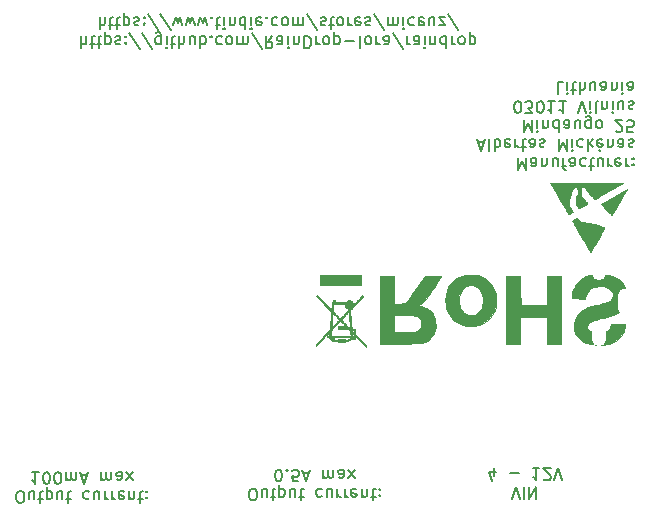
<source format=gbr>
G04 #@! TF.GenerationSoftware,KiCad,Pcbnew,5.99.0-unknown-06c979d~86~ubuntu18.04.1*
G04 #@! TF.CreationDate,2020-01-24T18:15:59+02:00*
G04 #@! TF.ProjectId,lora-bridge,6c6f7261-2d62-4726-9964-67652e6b6963,1.1*
G04 #@! TF.SameCoordinates,Original*
G04 #@! TF.FileFunction,Legend,Bot*
G04 #@! TF.FilePolarity,Positive*
%FSLAX46Y46*%
G04 Gerber Fmt 4.6, Leading zero omitted, Abs format (unit mm)*
G04 Created by KiCad (PCBNEW 5.99.0-unknown-06c979d~86~ubuntu18.04.1) date 2020-01-24 18:15:59*
%MOMM*%
%LPD*%
G04 APERTURE LIST*
%ADD10C,0.150000*%
%ADD11C,0.010000*%
%ADD12R,4.302000X1.452000*%
%ADD13R,2.602000X2.602000*%
%ADD14C,2.602000*%
%ADD15C,3.302000*%
%ADD16O,1.202000X1.902000*%
%ADD17O,1.202000X2.302000*%
G04 APERTURE END LIST*
D10*
X99933333Y-96652619D02*
X99933333Y-97652619D01*
X100361904Y-96652619D02*
X100361904Y-97176428D01*
X100314285Y-97271666D01*
X100219047Y-97319285D01*
X100076190Y-97319285D01*
X99980952Y-97271666D01*
X99933333Y-97224047D01*
X100695238Y-97319285D02*
X101076190Y-97319285D01*
X100838095Y-97652619D02*
X100838095Y-96795476D01*
X100885714Y-96700238D01*
X100980952Y-96652619D01*
X101076190Y-96652619D01*
X101266666Y-97319285D02*
X101647619Y-97319285D01*
X101409523Y-97652619D02*
X101409523Y-96795476D01*
X101457142Y-96700238D01*
X101552380Y-96652619D01*
X101647619Y-96652619D01*
X101980952Y-97319285D02*
X101980952Y-96319285D01*
X101980952Y-97271666D02*
X102076190Y-97319285D01*
X102266666Y-97319285D01*
X102361904Y-97271666D01*
X102409523Y-97224047D01*
X102457142Y-97128809D01*
X102457142Y-96843095D01*
X102409523Y-96747857D01*
X102361904Y-96700238D01*
X102266666Y-96652619D01*
X102076190Y-96652619D01*
X101980952Y-96700238D01*
X102838095Y-96700238D02*
X102933333Y-96652619D01*
X103123809Y-96652619D01*
X103219047Y-96700238D01*
X103266666Y-96795476D01*
X103266666Y-96843095D01*
X103219047Y-96938333D01*
X103123809Y-96985952D01*
X102980952Y-96985952D01*
X102885714Y-97033571D01*
X102838095Y-97128809D01*
X102838095Y-97176428D01*
X102885714Y-97271666D01*
X102980952Y-97319285D01*
X103123809Y-97319285D01*
X103219047Y-97271666D01*
X103695238Y-96747857D02*
X103742857Y-96700238D01*
X103695238Y-96652619D01*
X103647619Y-96700238D01*
X103695238Y-96747857D01*
X103695238Y-96652619D01*
X103695238Y-97271666D02*
X103742857Y-97224047D01*
X103695238Y-97176428D01*
X103647619Y-97224047D01*
X103695238Y-97271666D01*
X103695238Y-97176428D01*
X104885714Y-97700238D02*
X104028571Y-96414523D01*
X105933333Y-97700238D02*
X105076190Y-96414523D01*
X106695238Y-97319285D02*
X106695238Y-96509761D01*
X106647619Y-96414523D01*
X106600000Y-96366904D01*
X106504761Y-96319285D01*
X106361904Y-96319285D01*
X106266666Y-96366904D01*
X106695238Y-96700238D02*
X106600000Y-96652619D01*
X106409523Y-96652619D01*
X106314285Y-96700238D01*
X106266666Y-96747857D01*
X106219047Y-96843095D01*
X106219047Y-97128809D01*
X106266666Y-97224047D01*
X106314285Y-97271666D01*
X106409523Y-97319285D01*
X106600000Y-97319285D01*
X106695238Y-97271666D01*
X107171428Y-96652619D02*
X107171428Y-97319285D01*
X107171428Y-97652619D02*
X107123809Y-97605000D01*
X107171428Y-97557380D01*
X107219047Y-97605000D01*
X107171428Y-97652619D01*
X107171428Y-97557380D01*
X107504761Y-97319285D02*
X107885714Y-97319285D01*
X107647619Y-97652619D02*
X107647619Y-96795476D01*
X107695238Y-96700238D01*
X107790476Y-96652619D01*
X107885714Y-96652619D01*
X108219047Y-96652619D02*
X108219047Y-97652619D01*
X108647619Y-96652619D02*
X108647619Y-97176428D01*
X108600000Y-97271666D01*
X108504761Y-97319285D01*
X108361904Y-97319285D01*
X108266666Y-97271666D01*
X108219047Y-97224047D01*
X109552380Y-97319285D02*
X109552380Y-96652619D01*
X109123809Y-97319285D02*
X109123809Y-96795476D01*
X109171428Y-96700238D01*
X109266666Y-96652619D01*
X109409523Y-96652619D01*
X109504761Y-96700238D01*
X109552380Y-96747857D01*
X110028571Y-96652619D02*
X110028571Y-97652619D01*
X110028571Y-97271666D02*
X110123809Y-97319285D01*
X110314285Y-97319285D01*
X110409523Y-97271666D01*
X110457142Y-97224047D01*
X110504761Y-97128809D01*
X110504761Y-96843095D01*
X110457142Y-96747857D01*
X110409523Y-96700238D01*
X110314285Y-96652619D01*
X110123809Y-96652619D01*
X110028571Y-96700238D01*
X110933333Y-96747857D02*
X110980952Y-96700238D01*
X110933333Y-96652619D01*
X110885714Y-96700238D01*
X110933333Y-96747857D01*
X110933333Y-96652619D01*
X111838095Y-96700238D02*
X111742857Y-96652619D01*
X111552380Y-96652619D01*
X111457142Y-96700238D01*
X111409523Y-96747857D01*
X111361904Y-96843095D01*
X111361904Y-97128809D01*
X111409523Y-97224047D01*
X111457142Y-97271666D01*
X111552380Y-97319285D01*
X111742857Y-97319285D01*
X111838095Y-97271666D01*
X112409523Y-96652619D02*
X112314285Y-96700238D01*
X112266666Y-96747857D01*
X112219047Y-96843095D01*
X112219047Y-97128809D01*
X112266666Y-97224047D01*
X112314285Y-97271666D01*
X112409523Y-97319285D01*
X112552380Y-97319285D01*
X112647619Y-97271666D01*
X112695238Y-97224047D01*
X112742857Y-97128809D01*
X112742857Y-96843095D01*
X112695238Y-96747857D01*
X112647619Y-96700238D01*
X112552380Y-96652619D01*
X112409523Y-96652619D01*
X113171428Y-96652619D02*
X113171428Y-97319285D01*
X113171428Y-97224047D02*
X113219047Y-97271666D01*
X113314285Y-97319285D01*
X113457142Y-97319285D01*
X113552380Y-97271666D01*
X113600000Y-97176428D01*
X113600000Y-96652619D01*
X113600000Y-97176428D02*
X113647619Y-97271666D01*
X113742857Y-97319285D01*
X113885714Y-97319285D01*
X113980952Y-97271666D01*
X114028571Y-97176428D01*
X114028571Y-96652619D01*
X115219047Y-97700238D02*
X114361904Y-96414523D01*
X116123809Y-96652619D02*
X115790476Y-97128809D01*
X115552380Y-96652619D02*
X115552380Y-97652619D01*
X115933333Y-97652619D01*
X116028571Y-97605000D01*
X116076190Y-97557380D01*
X116123809Y-97462142D01*
X116123809Y-97319285D01*
X116076190Y-97224047D01*
X116028571Y-97176428D01*
X115933333Y-97128809D01*
X115552380Y-97128809D01*
X116980952Y-96652619D02*
X116980952Y-97176428D01*
X116933333Y-97271666D01*
X116838095Y-97319285D01*
X116647619Y-97319285D01*
X116552380Y-97271666D01*
X116980952Y-96700238D02*
X116885714Y-96652619D01*
X116647619Y-96652619D01*
X116552380Y-96700238D01*
X116504761Y-96795476D01*
X116504761Y-96890714D01*
X116552380Y-96985952D01*
X116647619Y-97033571D01*
X116885714Y-97033571D01*
X116980952Y-97081190D01*
X117457142Y-96652619D02*
X117457142Y-97319285D01*
X117457142Y-97652619D02*
X117409523Y-97605000D01*
X117457142Y-97557380D01*
X117504761Y-97605000D01*
X117457142Y-97652619D01*
X117457142Y-97557380D01*
X117933333Y-97319285D02*
X117933333Y-96652619D01*
X117933333Y-97224047D02*
X117980952Y-97271666D01*
X118076190Y-97319285D01*
X118219047Y-97319285D01*
X118314285Y-97271666D01*
X118361904Y-97176428D01*
X118361904Y-96652619D01*
X118838095Y-96652619D02*
X118838095Y-97652619D01*
X119076190Y-97652619D01*
X119219047Y-97605000D01*
X119314285Y-97509761D01*
X119361904Y-97414523D01*
X119409523Y-97224047D01*
X119409523Y-97081190D01*
X119361904Y-96890714D01*
X119314285Y-96795476D01*
X119219047Y-96700238D01*
X119076190Y-96652619D01*
X118838095Y-96652619D01*
X119838095Y-96652619D02*
X119838095Y-97319285D01*
X119838095Y-97128809D02*
X119885714Y-97224047D01*
X119933333Y-97271666D01*
X120028571Y-97319285D01*
X120123809Y-97319285D01*
X120600000Y-96652619D02*
X120504761Y-96700238D01*
X120457142Y-96747857D01*
X120409523Y-96843095D01*
X120409523Y-97128809D01*
X120457142Y-97224047D01*
X120504761Y-97271666D01*
X120600000Y-97319285D01*
X120742857Y-97319285D01*
X120838095Y-97271666D01*
X120885714Y-97224047D01*
X120933333Y-97128809D01*
X120933333Y-96843095D01*
X120885714Y-96747857D01*
X120838095Y-96700238D01*
X120742857Y-96652619D01*
X120600000Y-96652619D01*
X121361904Y-97319285D02*
X121361904Y-96319285D01*
X121361904Y-97271666D02*
X121457142Y-97319285D01*
X121647619Y-97319285D01*
X121742857Y-97271666D01*
X121790476Y-97224047D01*
X121838095Y-97128809D01*
X121838095Y-96843095D01*
X121790476Y-96747857D01*
X121742857Y-96700238D01*
X121647619Y-96652619D01*
X121457142Y-96652619D01*
X121361904Y-96700238D01*
X122266666Y-97033571D02*
X123028571Y-97033571D01*
X123647619Y-96652619D02*
X123552380Y-96700238D01*
X123504761Y-96795476D01*
X123504761Y-97652619D01*
X124171428Y-96652619D02*
X124076190Y-96700238D01*
X124028571Y-96747857D01*
X123980952Y-96843095D01*
X123980952Y-97128809D01*
X124028571Y-97224047D01*
X124076190Y-97271666D01*
X124171428Y-97319285D01*
X124314285Y-97319285D01*
X124409523Y-97271666D01*
X124457142Y-97224047D01*
X124504761Y-97128809D01*
X124504761Y-96843095D01*
X124457142Y-96747857D01*
X124409523Y-96700238D01*
X124314285Y-96652619D01*
X124171428Y-96652619D01*
X124933333Y-96652619D02*
X124933333Y-97319285D01*
X124933333Y-97128809D02*
X124980952Y-97224047D01*
X125028571Y-97271666D01*
X125123809Y-97319285D01*
X125219047Y-97319285D01*
X125980952Y-96652619D02*
X125980952Y-97176428D01*
X125933333Y-97271666D01*
X125838095Y-97319285D01*
X125647619Y-97319285D01*
X125552380Y-97271666D01*
X125980952Y-96700238D02*
X125885714Y-96652619D01*
X125647619Y-96652619D01*
X125552380Y-96700238D01*
X125504761Y-96795476D01*
X125504761Y-96890714D01*
X125552380Y-96985952D01*
X125647619Y-97033571D01*
X125885714Y-97033571D01*
X125980952Y-97081190D01*
X127171428Y-97700238D02*
X126314285Y-96414523D01*
X127504761Y-96652619D02*
X127504761Y-97319285D01*
X127504761Y-97128809D02*
X127552380Y-97224047D01*
X127600000Y-97271666D01*
X127695238Y-97319285D01*
X127790476Y-97319285D01*
X128552380Y-96652619D02*
X128552380Y-97176428D01*
X128504761Y-97271666D01*
X128409523Y-97319285D01*
X128219047Y-97319285D01*
X128123809Y-97271666D01*
X128552380Y-96700238D02*
X128457142Y-96652619D01*
X128219047Y-96652619D01*
X128123809Y-96700238D01*
X128076190Y-96795476D01*
X128076190Y-96890714D01*
X128123809Y-96985952D01*
X128219047Y-97033571D01*
X128457142Y-97033571D01*
X128552380Y-97081190D01*
X129028571Y-96652619D02*
X129028571Y-97319285D01*
X129028571Y-97652619D02*
X128980952Y-97605000D01*
X129028571Y-97557380D01*
X129076190Y-97605000D01*
X129028571Y-97652619D01*
X129028571Y-97557380D01*
X129504761Y-97319285D02*
X129504761Y-96652619D01*
X129504761Y-97224047D02*
X129552380Y-97271666D01*
X129647619Y-97319285D01*
X129790476Y-97319285D01*
X129885714Y-97271666D01*
X129933333Y-97176428D01*
X129933333Y-96652619D01*
X130838095Y-96652619D02*
X130838095Y-97652619D01*
X130838095Y-96700238D02*
X130742857Y-96652619D01*
X130552380Y-96652619D01*
X130457142Y-96700238D01*
X130409523Y-96747857D01*
X130361904Y-96843095D01*
X130361904Y-97128809D01*
X130409523Y-97224047D01*
X130457142Y-97271666D01*
X130552380Y-97319285D01*
X130742857Y-97319285D01*
X130838095Y-97271666D01*
X131314285Y-96652619D02*
X131314285Y-97319285D01*
X131314285Y-97128809D02*
X131361904Y-97224047D01*
X131409523Y-97271666D01*
X131504761Y-97319285D01*
X131600000Y-97319285D01*
X132076190Y-96652619D02*
X131980952Y-96700238D01*
X131933333Y-96747857D01*
X131885714Y-96843095D01*
X131885714Y-97128809D01*
X131933333Y-97224047D01*
X131980952Y-97271666D01*
X132076190Y-97319285D01*
X132219047Y-97319285D01*
X132314285Y-97271666D01*
X132361904Y-97224047D01*
X132409523Y-97128809D01*
X132409523Y-96843095D01*
X132361904Y-96747857D01*
X132314285Y-96700238D01*
X132219047Y-96652619D01*
X132076190Y-96652619D01*
X132838095Y-97319285D02*
X132838095Y-96319285D01*
X132838095Y-97271666D02*
X132933333Y-97319285D01*
X133123809Y-97319285D01*
X133219047Y-97271666D01*
X133266666Y-97224047D01*
X133314285Y-97128809D01*
X133314285Y-96843095D01*
X133266666Y-96747857D01*
X133219047Y-96700238D01*
X133123809Y-96652619D01*
X132933333Y-96652619D01*
X132838095Y-96700238D01*
X101504761Y-95042619D02*
X101504761Y-96042619D01*
X101933333Y-95042619D02*
X101933333Y-95566428D01*
X101885714Y-95661666D01*
X101790476Y-95709285D01*
X101647619Y-95709285D01*
X101552380Y-95661666D01*
X101504761Y-95614047D01*
X102266666Y-95709285D02*
X102647619Y-95709285D01*
X102409523Y-96042619D02*
X102409523Y-95185476D01*
X102457142Y-95090238D01*
X102552380Y-95042619D01*
X102647619Y-95042619D01*
X102838095Y-95709285D02*
X103219047Y-95709285D01*
X102980952Y-96042619D02*
X102980952Y-95185476D01*
X103028571Y-95090238D01*
X103123809Y-95042619D01*
X103219047Y-95042619D01*
X103552380Y-95709285D02*
X103552380Y-94709285D01*
X103552380Y-95661666D02*
X103647619Y-95709285D01*
X103838095Y-95709285D01*
X103933333Y-95661666D01*
X103980952Y-95614047D01*
X104028571Y-95518809D01*
X104028571Y-95233095D01*
X103980952Y-95137857D01*
X103933333Y-95090238D01*
X103838095Y-95042619D01*
X103647619Y-95042619D01*
X103552380Y-95090238D01*
X104409523Y-95090238D02*
X104504761Y-95042619D01*
X104695238Y-95042619D01*
X104790476Y-95090238D01*
X104838095Y-95185476D01*
X104838095Y-95233095D01*
X104790476Y-95328333D01*
X104695238Y-95375952D01*
X104552380Y-95375952D01*
X104457142Y-95423571D01*
X104409523Y-95518809D01*
X104409523Y-95566428D01*
X104457142Y-95661666D01*
X104552380Y-95709285D01*
X104695238Y-95709285D01*
X104790476Y-95661666D01*
X105266666Y-95137857D02*
X105314285Y-95090238D01*
X105266666Y-95042619D01*
X105219047Y-95090238D01*
X105266666Y-95137857D01*
X105266666Y-95042619D01*
X105266666Y-95661666D02*
X105314285Y-95614047D01*
X105266666Y-95566428D01*
X105219047Y-95614047D01*
X105266666Y-95661666D01*
X105266666Y-95566428D01*
X106457142Y-96090238D02*
X105600000Y-94804523D01*
X107504761Y-96090238D02*
X106647619Y-94804523D01*
X107742857Y-95709285D02*
X107933333Y-95042619D01*
X108123809Y-95518809D01*
X108314285Y-95042619D01*
X108504761Y-95709285D01*
X108790476Y-95709285D02*
X108980952Y-95042619D01*
X109171428Y-95518809D01*
X109361904Y-95042619D01*
X109552380Y-95709285D01*
X109838095Y-95709285D02*
X110028571Y-95042619D01*
X110219047Y-95518809D01*
X110409523Y-95042619D01*
X110600000Y-95709285D01*
X110980952Y-95137857D02*
X111028571Y-95090238D01*
X110980952Y-95042619D01*
X110933333Y-95090238D01*
X110980952Y-95137857D01*
X110980952Y-95042619D01*
X111314285Y-95709285D02*
X111695238Y-95709285D01*
X111457142Y-96042619D02*
X111457142Y-95185476D01*
X111504761Y-95090238D01*
X111600000Y-95042619D01*
X111695238Y-95042619D01*
X112028571Y-95042619D02*
X112028571Y-95709285D01*
X112028571Y-96042619D02*
X111980952Y-95995000D01*
X112028571Y-95947380D01*
X112076190Y-95995000D01*
X112028571Y-96042619D01*
X112028571Y-95947380D01*
X112504761Y-95709285D02*
X112504761Y-95042619D01*
X112504761Y-95614047D02*
X112552380Y-95661666D01*
X112647619Y-95709285D01*
X112790476Y-95709285D01*
X112885714Y-95661666D01*
X112933333Y-95566428D01*
X112933333Y-95042619D01*
X113838095Y-95042619D02*
X113838095Y-96042619D01*
X113838095Y-95090238D02*
X113742857Y-95042619D01*
X113552380Y-95042619D01*
X113457142Y-95090238D01*
X113409523Y-95137857D01*
X113361904Y-95233095D01*
X113361904Y-95518809D01*
X113409523Y-95614047D01*
X113457142Y-95661666D01*
X113552380Y-95709285D01*
X113742857Y-95709285D01*
X113838095Y-95661666D01*
X114314285Y-95042619D02*
X114314285Y-95709285D01*
X114314285Y-96042619D02*
X114266666Y-95995000D01*
X114314285Y-95947380D01*
X114361904Y-95995000D01*
X114314285Y-96042619D01*
X114314285Y-95947380D01*
X115171428Y-95090238D02*
X115076190Y-95042619D01*
X114885714Y-95042619D01*
X114790476Y-95090238D01*
X114742857Y-95185476D01*
X114742857Y-95566428D01*
X114790476Y-95661666D01*
X114885714Y-95709285D01*
X115076190Y-95709285D01*
X115171428Y-95661666D01*
X115219047Y-95566428D01*
X115219047Y-95471190D01*
X114742857Y-95375952D01*
X115647619Y-95137857D02*
X115695238Y-95090238D01*
X115647619Y-95042619D01*
X115600000Y-95090238D01*
X115647619Y-95137857D01*
X115647619Y-95042619D01*
X116552380Y-95090238D02*
X116457142Y-95042619D01*
X116266666Y-95042619D01*
X116171428Y-95090238D01*
X116123809Y-95137857D01*
X116076190Y-95233095D01*
X116076190Y-95518809D01*
X116123809Y-95614047D01*
X116171428Y-95661666D01*
X116266666Y-95709285D01*
X116457142Y-95709285D01*
X116552380Y-95661666D01*
X117123809Y-95042619D02*
X117028571Y-95090238D01*
X116980952Y-95137857D01*
X116933333Y-95233095D01*
X116933333Y-95518809D01*
X116980952Y-95614047D01*
X117028571Y-95661666D01*
X117123809Y-95709285D01*
X117266666Y-95709285D01*
X117361904Y-95661666D01*
X117409523Y-95614047D01*
X117457142Y-95518809D01*
X117457142Y-95233095D01*
X117409523Y-95137857D01*
X117361904Y-95090238D01*
X117266666Y-95042619D01*
X117123809Y-95042619D01*
X117885714Y-95042619D02*
X117885714Y-95709285D01*
X117885714Y-95614047D02*
X117933333Y-95661666D01*
X118028571Y-95709285D01*
X118171428Y-95709285D01*
X118266666Y-95661666D01*
X118314285Y-95566428D01*
X118314285Y-95042619D01*
X118314285Y-95566428D02*
X118361904Y-95661666D01*
X118457142Y-95709285D01*
X118600000Y-95709285D01*
X118695238Y-95661666D01*
X118742857Y-95566428D01*
X118742857Y-95042619D01*
X119933333Y-96090238D02*
X119076190Y-94804523D01*
X120219047Y-95090238D02*
X120314285Y-95042619D01*
X120504761Y-95042619D01*
X120600000Y-95090238D01*
X120647619Y-95185476D01*
X120647619Y-95233095D01*
X120600000Y-95328333D01*
X120504761Y-95375952D01*
X120361904Y-95375952D01*
X120266666Y-95423571D01*
X120219047Y-95518809D01*
X120219047Y-95566428D01*
X120266666Y-95661666D01*
X120361904Y-95709285D01*
X120504761Y-95709285D01*
X120600000Y-95661666D01*
X120933333Y-95709285D02*
X121314285Y-95709285D01*
X121076190Y-96042619D02*
X121076190Y-95185476D01*
X121123809Y-95090238D01*
X121219047Y-95042619D01*
X121314285Y-95042619D01*
X121790476Y-95042619D02*
X121695238Y-95090238D01*
X121647619Y-95137857D01*
X121600000Y-95233095D01*
X121600000Y-95518809D01*
X121647619Y-95614047D01*
X121695238Y-95661666D01*
X121790476Y-95709285D01*
X121933333Y-95709285D01*
X122028571Y-95661666D01*
X122076190Y-95614047D01*
X122123809Y-95518809D01*
X122123809Y-95233095D01*
X122076190Y-95137857D01*
X122028571Y-95090238D01*
X121933333Y-95042619D01*
X121790476Y-95042619D01*
X122552380Y-95042619D02*
X122552380Y-95709285D01*
X122552380Y-95518809D02*
X122600000Y-95614047D01*
X122647619Y-95661666D01*
X122742857Y-95709285D01*
X122838095Y-95709285D01*
X123552380Y-95090238D02*
X123457142Y-95042619D01*
X123266666Y-95042619D01*
X123171428Y-95090238D01*
X123123809Y-95185476D01*
X123123809Y-95566428D01*
X123171428Y-95661666D01*
X123266666Y-95709285D01*
X123457142Y-95709285D01*
X123552380Y-95661666D01*
X123600000Y-95566428D01*
X123600000Y-95471190D01*
X123123809Y-95375952D01*
X123980952Y-95090238D02*
X124076190Y-95042619D01*
X124266666Y-95042619D01*
X124361904Y-95090238D01*
X124409523Y-95185476D01*
X124409523Y-95233095D01*
X124361904Y-95328333D01*
X124266666Y-95375952D01*
X124123809Y-95375952D01*
X124028571Y-95423571D01*
X123980952Y-95518809D01*
X123980952Y-95566428D01*
X124028571Y-95661666D01*
X124123809Y-95709285D01*
X124266666Y-95709285D01*
X124361904Y-95661666D01*
X125552380Y-96090238D02*
X124695238Y-94804523D01*
X125885714Y-95042619D02*
X125885714Y-95709285D01*
X125885714Y-95614047D02*
X125933333Y-95661666D01*
X126028571Y-95709285D01*
X126171428Y-95709285D01*
X126266666Y-95661666D01*
X126314285Y-95566428D01*
X126314285Y-95042619D01*
X126314285Y-95566428D02*
X126361904Y-95661666D01*
X126457142Y-95709285D01*
X126600000Y-95709285D01*
X126695238Y-95661666D01*
X126742857Y-95566428D01*
X126742857Y-95042619D01*
X127219047Y-95042619D02*
X127219047Y-95709285D01*
X127219047Y-96042619D02*
X127171428Y-95995000D01*
X127219047Y-95947380D01*
X127266666Y-95995000D01*
X127219047Y-96042619D01*
X127219047Y-95947380D01*
X128123809Y-95090238D02*
X128028571Y-95042619D01*
X127838095Y-95042619D01*
X127742857Y-95090238D01*
X127695238Y-95137857D01*
X127647619Y-95233095D01*
X127647619Y-95518809D01*
X127695238Y-95614047D01*
X127742857Y-95661666D01*
X127838095Y-95709285D01*
X128028571Y-95709285D01*
X128123809Y-95661666D01*
X128933333Y-95090238D02*
X128838095Y-95042619D01*
X128647619Y-95042619D01*
X128552380Y-95090238D01*
X128504761Y-95185476D01*
X128504761Y-95566428D01*
X128552380Y-95661666D01*
X128647619Y-95709285D01*
X128838095Y-95709285D01*
X128933333Y-95661666D01*
X128980952Y-95566428D01*
X128980952Y-95471190D01*
X128504761Y-95375952D01*
X129838095Y-95709285D02*
X129838095Y-95042619D01*
X129409523Y-95709285D02*
X129409523Y-95185476D01*
X129457142Y-95090238D01*
X129552380Y-95042619D01*
X129695238Y-95042619D01*
X129790476Y-95090238D01*
X129838095Y-95137857D01*
X130219047Y-95709285D02*
X130742857Y-95709285D01*
X130219047Y-95042619D01*
X130742857Y-95042619D01*
X131838095Y-96090238D02*
X130980952Y-94804523D01*
X136902500Y-106967619D02*
X136902500Y-107967619D01*
X137235833Y-107253333D01*
X137569166Y-107967619D01*
X137569166Y-106967619D01*
X138473928Y-106967619D02*
X138473928Y-107491428D01*
X138426309Y-107586666D01*
X138331071Y-107634285D01*
X138140595Y-107634285D01*
X138045357Y-107586666D01*
X138473928Y-107015238D02*
X138378690Y-106967619D01*
X138140595Y-106967619D01*
X138045357Y-107015238D01*
X137997738Y-107110476D01*
X137997738Y-107205714D01*
X138045357Y-107300952D01*
X138140595Y-107348571D01*
X138378690Y-107348571D01*
X138473928Y-107396190D01*
X138950119Y-107634285D02*
X138950119Y-106967619D01*
X138950119Y-107539047D02*
X138997738Y-107586666D01*
X139092976Y-107634285D01*
X139235833Y-107634285D01*
X139331071Y-107586666D01*
X139378690Y-107491428D01*
X139378690Y-106967619D01*
X140283452Y-107634285D02*
X140283452Y-106967619D01*
X139854880Y-107634285D02*
X139854880Y-107110476D01*
X139902500Y-107015238D01*
X139997738Y-106967619D01*
X140140595Y-106967619D01*
X140235833Y-107015238D01*
X140283452Y-107062857D01*
X140616785Y-107634285D02*
X140997738Y-107634285D01*
X140759642Y-106967619D02*
X140759642Y-107824761D01*
X140807261Y-107920000D01*
X140902500Y-107967619D01*
X140997738Y-107967619D01*
X141759642Y-106967619D02*
X141759642Y-107491428D01*
X141712023Y-107586666D01*
X141616785Y-107634285D01*
X141426309Y-107634285D01*
X141331071Y-107586666D01*
X141759642Y-107015238D02*
X141664404Y-106967619D01*
X141426309Y-106967619D01*
X141331071Y-107015238D01*
X141283452Y-107110476D01*
X141283452Y-107205714D01*
X141331071Y-107300952D01*
X141426309Y-107348571D01*
X141664404Y-107348571D01*
X141759642Y-107396190D01*
X142664404Y-107015238D02*
X142569166Y-106967619D01*
X142378690Y-106967619D01*
X142283452Y-107015238D01*
X142235833Y-107062857D01*
X142188214Y-107158095D01*
X142188214Y-107443809D01*
X142235833Y-107539047D01*
X142283452Y-107586666D01*
X142378690Y-107634285D01*
X142569166Y-107634285D01*
X142664404Y-107586666D01*
X142950119Y-107634285D02*
X143331071Y-107634285D01*
X143092976Y-107967619D02*
X143092976Y-107110476D01*
X143140595Y-107015238D01*
X143235833Y-106967619D01*
X143331071Y-106967619D01*
X144092976Y-107634285D02*
X144092976Y-106967619D01*
X143664404Y-107634285D02*
X143664404Y-107110476D01*
X143712023Y-107015238D01*
X143807261Y-106967619D01*
X143950119Y-106967619D01*
X144045357Y-107015238D01*
X144092976Y-107062857D01*
X144569166Y-106967619D02*
X144569166Y-107634285D01*
X144569166Y-107443809D02*
X144616785Y-107539047D01*
X144664404Y-107586666D01*
X144759642Y-107634285D01*
X144854880Y-107634285D01*
X145569166Y-107015238D02*
X145473928Y-106967619D01*
X145283452Y-106967619D01*
X145188214Y-107015238D01*
X145140595Y-107110476D01*
X145140595Y-107491428D01*
X145188214Y-107586666D01*
X145283452Y-107634285D01*
X145473928Y-107634285D01*
X145569166Y-107586666D01*
X145616785Y-107491428D01*
X145616785Y-107396190D01*
X145140595Y-107300952D01*
X146045357Y-106967619D02*
X146045357Y-107634285D01*
X146045357Y-107443809D02*
X146092976Y-107539047D01*
X146140595Y-107586666D01*
X146235833Y-107634285D01*
X146331071Y-107634285D01*
X146664404Y-107062857D02*
X146712023Y-107015238D01*
X146664404Y-106967619D01*
X146616785Y-107015238D01*
X146664404Y-107062857D01*
X146664404Y-106967619D01*
X146664404Y-107586666D02*
X146712023Y-107539047D01*
X146664404Y-107491428D01*
X146616785Y-107539047D01*
X146664404Y-107586666D01*
X146664404Y-107491428D01*
X133521547Y-105643333D02*
X133997738Y-105643333D01*
X133426309Y-105357619D02*
X133759642Y-106357619D01*
X134092976Y-105357619D01*
X134569166Y-105357619D02*
X134473928Y-105405238D01*
X134426309Y-105500476D01*
X134426309Y-106357619D01*
X134950119Y-105357619D02*
X134950119Y-106357619D01*
X134950119Y-105976666D02*
X135045357Y-106024285D01*
X135235833Y-106024285D01*
X135331071Y-105976666D01*
X135378690Y-105929047D01*
X135426309Y-105833809D01*
X135426309Y-105548095D01*
X135378690Y-105452857D01*
X135331071Y-105405238D01*
X135235833Y-105357619D01*
X135045357Y-105357619D01*
X134950119Y-105405238D01*
X136235833Y-105405238D02*
X136140595Y-105357619D01*
X135950119Y-105357619D01*
X135854880Y-105405238D01*
X135807261Y-105500476D01*
X135807261Y-105881428D01*
X135854880Y-105976666D01*
X135950119Y-106024285D01*
X136140595Y-106024285D01*
X136235833Y-105976666D01*
X136283452Y-105881428D01*
X136283452Y-105786190D01*
X135807261Y-105690952D01*
X136712023Y-105357619D02*
X136712023Y-106024285D01*
X136712023Y-105833809D02*
X136759642Y-105929047D01*
X136807261Y-105976666D01*
X136902500Y-106024285D01*
X136997738Y-106024285D01*
X137188214Y-106024285D02*
X137569166Y-106024285D01*
X137331071Y-106357619D02*
X137331071Y-105500476D01*
X137378690Y-105405238D01*
X137473928Y-105357619D01*
X137569166Y-105357619D01*
X138331071Y-105357619D02*
X138331071Y-105881428D01*
X138283452Y-105976666D01*
X138188214Y-106024285D01*
X137997738Y-106024285D01*
X137902500Y-105976666D01*
X138331071Y-105405238D02*
X138235833Y-105357619D01*
X137997738Y-105357619D01*
X137902500Y-105405238D01*
X137854880Y-105500476D01*
X137854880Y-105595714D01*
X137902500Y-105690952D01*
X137997738Y-105738571D01*
X138235833Y-105738571D01*
X138331071Y-105786190D01*
X138759642Y-105405238D02*
X138854880Y-105357619D01*
X139045357Y-105357619D01*
X139140595Y-105405238D01*
X139188214Y-105500476D01*
X139188214Y-105548095D01*
X139140595Y-105643333D01*
X139045357Y-105690952D01*
X138902500Y-105690952D01*
X138807261Y-105738571D01*
X138759642Y-105833809D01*
X138759642Y-105881428D01*
X138807261Y-105976666D01*
X138902500Y-106024285D01*
X139045357Y-106024285D01*
X139140595Y-105976666D01*
X140378690Y-105357619D02*
X140378690Y-106357619D01*
X140712023Y-105643333D01*
X141045357Y-106357619D01*
X141045357Y-105357619D01*
X141521547Y-105357619D02*
X141521547Y-106024285D01*
X141521547Y-106357619D02*
X141473928Y-106310000D01*
X141521547Y-106262380D01*
X141569166Y-106310000D01*
X141521547Y-106357619D01*
X141521547Y-106262380D01*
X142426309Y-105405238D02*
X142331071Y-105357619D01*
X142140595Y-105357619D01*
X142045357Y-105405238D01*
X141997738Y-105452857D01*
X141950119Y-105548095D01*
X141950119Y-105833809D01*
X141997738Y-105929047D01*
X142045357Y-105976666D01*
X142140595Y-106024285D01*
X142331071Y-106024285D01*
X142426309Y-105976666D01*
X142854880Y-105357619D02*
X142854880Y-106357619D01*
X142950119Y-105738571D02*
X143235833Y-105357619D01*
X143235833Y-106024285D02*
X142854880Y-105643333D01*
X144045357Y-105405238D02*
X143950119Y-105357619D01*
X143759642Y-105357619D01*
X143664404Y-105405238D01*
X143616785Y-105500476D01*
X143616785Y-105881428D01*
X143664404Y-105976666D01*
X143759642Y-106024285D01*
X143950119Y-106024285D01*
X144045357Y-105976666D01*
X144092976Y-105881428D01*
X144092976Y-105786190D01*
X143616785Y-105690952D01*
X143854880Y-106357619D02*
X143807261Y-106310000D01*
X143854880Y-106262380D01*
X143902500Y-106310000D01*
X143854880Y-106357619D01*
X143854880Y-106262380D01*
X144521547Y-106024285D02*
X144521547Y-105357619D01*
X144521547Y-105929047D02*
X144569166Y-105976666D01*
X144664404Y-106024285D01*
X144807261Y-106024285D01*
X144902500Y-105976666D01*
X144950119Y-105881428D01*
X144950119Y-105357619D01*
X145854880Y-105357619D02*
X145854880Y-105881428D01*
X145807261Y-105976666D01*
X145712023Y-106024285D01*
X145521547Y-106024285D01*
X145426309Y-105976666D01*
X145854880Y-105405238D02*
X145759642Y-105357619D01*
X145521547Y-105357619D01*
X145426309Y-105405238D01*
X145378690Y-105500476D01*
X145378690Y-105595714D01*
X145426309Y-105690952D01*
X145521547Y-105738571D01*
X145759642Y-105738571D01*
X145854880Y-105786190D01*
X146283452Y-105405238D02*
X146378690Y-105357619D01*
X146569166Y-105357619D01*
X146664404Y-105405238D01*
X146712023Y-105500476D01*
X146712023Y-105548095D01*
X146664404Y-105643333D01*
X146569166Y-105690952D01*
X146426309Y-105690952D01*
X146331071Y-105738571D01*
X146283452Y-105833809D01*
X146283452Y-105881428D01*
X146331071Y-105976666D01*
X146426309Y-106024285D01*
X146569166Y-106024285D01*
X146664404Y-105976666D01*
X137426309Y-103747619D02*
X137426309Y-104747619D01*
X137759642Y-104033333D01*
X138092976Y-104747619D01*
X138092976Y-103747619D01*
X138569166Y-103747619D02*
X138569166Y-104414285D01*
X138569166Y-104747619D02*
X138521547Y-104700000D01*
X138569166Y-104652380D01*
X138616785Y-104700000D01*
X138569166Y-104747619D01*
X138569166Y-104652380D01*
X139045357Y-104414285D02*
X139045357Y-103747619D01*
X139045357Y-104319047D02*
X139092976Y-104366666D01*
X139188214Y-104414285D01*
X139331071Y-104414285D01*
X139426309Y-104366666D01*
X139473928Y-104271428D01*
X139473928Y-103747619D01*
X140378690Y-103747619D02*
X140378690Y-104747619D01*
X140378690Y-103795238D02*
X140283452Y-103747619D01*
X140092976Y-103747619D01*
X139997738Y-103795238D01*
X139950119Y-103842857D01*
X139902500Y-103938095D01*
X139902500Y-104223809D01*
X139950119Y-104319047D01*
X139997738Y-104366666D01*
X140092976Y-104414285D01*
X140283452Y-104414285D01*
X140378690Y-104366666D01*
X141283452Y-103747619D02*
X141283452Y-104271428D01*
X141235833Y-104366666D01*
X141140595Y-104414285D01*
X140950119Y-104414285D01*
X140854880Y-104366666D01*
X141283452Y-103795238D02*
X141188214Y-103747619D01*
X140950119Y-103747619D01*
X140854880Y-103795238D01*
X140807261Y-103890476D01*
X140807261Y-103985714D01*
X140854880Y-104080952D01*
X140950119Y-104128571D01*
X141188214Y-104128571D01*
X141283452Y-104176190D01*
X142188214Y-104414285D02*
X142188214Y-103747619D01*
X141759642Y-104414285D02*
X141759642Y-103890476D01*
X141807261Y-103795238D01*
X141902500Y-103747619D01*
X142045357Y-103747619D01*
X142140595Y-103795238D01*
X142188214Y-103842857D01*
X143092976Y-104414285D02*
X143092976Y-103604761D01*
X143045357Y-103509523D01*
X142997738Y-103461904D01*
X142902500Y-103414285D01*
X142759642Y-103414285D01*
X142664404Y-103461904D01*
X143092976Y-103795238D02*
X142997738Y-103747619D01*
X142807261Y-103747619D01*
X142712023Y-103795238D01*
X142664404Y-103842857D01*
X142616785Y-103938095D01*
X142616785Y-104223809D01*
X142664404Y-104319047D01*
X142712023Y-104366666D01*
X142807261Y-104414285D01*
X142997738Y-104414285D01*
X143092976Y-104366666D01*
X143712023Y-103747619D02*
X143616785Y-103795238D01*
X143569166Y-103842857D01*
X143521547Y-103938095D01*
X143521547Y-104223809D01*
X143569166Y-104319047D01*
X143616785Y-104366666D01*
X143712023Y-104414285D01*
X143854880Y-104414285D01*
X143950119Y-104366666D01*
X143997738Y-104319047D01*
X144045357Y-104223809D01*
X144045357Y-103938095D01*
X143997738Y-103842857D01*
X143950119Y-103795238D01*
X143854880Y-103747619D01*
X143712023Y-103747619D01*
X145188214Y-104652380D02*
X145235833Y-104700000D01*
X145331071Y-104747619D01*
X145569166Y-104747619D01*
X145664404Y-104700000D01*
X145712023Y-104652380D01*
X145759642Y-104557142D01*
X145759642Y-104461904D01*
X145712023Y-104319047D01*
X145140595Y-103747619D01*
X145759642Y-103747619D01*
X146664404Y-104747619D02*
X146188214Y-104747619D01*
X146140595Y-104271428D01*
X146188214Y-104319047D01*
X146283452Y-104366666D01*
X146521547Y-104366666D01*
X146616785Y-104319047D01*
X146664404Y-104271428D01*
X146712023Y-104176190D01*
X146712023Y-103938095D01*
X146664404Y-103842857D01*
X146616785Y-103795238D01*
X146521547Y-103747619D01*
X146283452Y-103747619D01*
X146188214Y-103795238D01*
X146140595Y-103842857D01*
X136854880Y-103137619D02*
X136950119Y-103137619D01*
X137045357Y-103090000D01*
X137092976Y-103042380D01*
X137140595Y-102947142D01*
X137188214Y-102756666D01*
X137188214Y-102518571D01*
X137140595Y-102328095D01*
X137092976Y-102232857D01*
X137045357Y-102185238D01*
X136950119Y-102137619D01*
X136854880Y-102137619D01*
X136759642Y-102185238D01*
X136712023Y-102232857D01*
X136664404Y-102328095D01*
X136616785Y-102518571D01*
X136616785Y-102756666D01*
X136664404Y-102947142D01*
X136712023Y-103042380D01*
X136759642Y-103090000D01*
X136854880Y-103137619D01*
X137521547Y-103137619D02*
X138140595Y-103137619D01*
X137807261Y-102756666D01*
X137950119Y-102756666D01*
X138045357Y-102709047D01*
X138092976Y-102661428D01*
X138140595Y-102566190D01*
X138140595Y-102328095D01*
X138092976Y-102232857D01*
X138045357Y-102185238D01*
X137950119Y-102137619D01*
X137664404Y-102137619D01*
X137569166Y-102185238D01*
X137521547Y-102232857D01*
X138759642Y-103137619D02*
X138854880Y-103137619D01*
X138950119Y-103090000D01*
X138997738Y-103042380D01*
X139045357Y-102947142D01*
X139092976Y-102756666D01*
X139092976Y-102518571D01*
X139045357Y-102328095D01*
X138997738Y-102232857D01*
X138950119Y-102185238D01*
X138854880Y-102137619D01*
X138759642Y-102137619D01*
X138664404Y-102185238D01*
X138616785Y-102232857D01*
X138569166Y-102328095D01*
X138521547Y-102518571D01*
X138521547Y-102756666D01*
X138569166Y-102947142D01*
X138616785Y-103042380D01*
X138664404Y-103090000D01*
X138759642Y-103137619D01*
X140045357Y-102137619D02*
X139473928Y-102137619D01*
X139759642Y-102137619D02*
X139759642Y-103137619D01*
X139664404Y-102994761D01*
X139569166Y-102899523D01*
X139473928Y-102851904D01*
X140997738Y-102137619D02*
X140426309Y-102137619D01*
X140712023Y-102137619D02*
X140712023Y-103137619D01*
X140616785Y-102994761D01*
X140521547Y-102899523D01*
X140426309Y-102851904D01*
X142045357Y-103137619D02*
X142378690Y-102137619D01*
X142712023Y-103137619D01*
X143045357Y-102137619D02*
X143045357Y-102804285D01*
X143045357Y-103137619D02*
X142997738Y-103090000D01*
X143045357Y-103042380D01*
X143092976Y-103090000D01*
X143045357Y-103137619D01*
X143045357Y-103042380D01*
X143664404Y-102137619D02*
X143569166Y-102185238D01*
X143521547Y-102280476D01*
X143521547Y-103137619D01*
X144045357Y-102804285D02*
X144045357Y-102137619D01*
X144045357Y-102709047D02*
X144092976Y-102756666D01*
X144188214Y-102804285D01*
X144331071Y-102804285D01*
X144426309Y-102756666D01*
X144473928Y-102661428D01*
X144473928Y-102137619D01*
X144950119Y-102137619D02*
X144950119Y-102804285D01*
X144950119Y-103137619D02*
X144902500Y-103090000D01*
X144950119Y-103042380D01*
X144997738Y-103090000D01*
X144950119Y-103137619D01*
X144950119Y-103042380D01*
X145854880Y-102804285D02*
X145854880Y-102137619D01*
X145426309Y-102804285D02*
X145426309Y-102280476D01*
X145473928Y-102185238D01*
X145569166Y-102137619D01*
X145712023Y-102137619D01*
X145807261Y-102185238D01*
X145854880Y-102232857D01*
X146283452Y-102185238D02*
X146378690Y-102137619D01*
X146569166Y-102137619D01*
X146664404Y-102185238D01*
X146712023Y-102280476D01*
X146712023Y-102328095D01*
X146664404Y-102423333D01*
X146569166Y-102470952D01*
X146426309Y-102470952D01*
X146331071Y-102518571D01*
X146283452Y-102613809D01*
X146283452Y-102661428D01*
X146331071Y-102756666D01*
X146426309Y-102804285D01*
X146569166Y-102804285D01*
X146664404Y-102756666D01*
X140759642Y-100527619D02*
X140283452Y-100527619D01*
X140283452Y-101527619D01*
X141092976Y-100527619D02*
X141092976Y-101194285D01*
X141092976Y-101527619D02*
X141045357Y-101480000D01*
X141092976Y-101432380D01*
X141140595Y-101480000D01*
X141092976Y-101527619D01*
X141092976Y-101432380D01*
X141426309Y-101194285D02*
X141807261Y-101194285D01*
X141569166Y-101527619D02*
X141569166Y-100670476D01*
X141616785Y-100575238D01*
X141712023Y-100527619D01*
X141807261Y-100527619D01*
X142140595Y-100527619D02*
X142140595Y-101527619D01*
X142569166Y-100527619D02*
X142569166Y-101051428D01*
X142521547Y-101146666D01*
X142426309Y-101194285D01*
X142283452Y-101194285D01*
X142188214Y-101146666D01*
X142140595Y-101099047D01*
X143473928Y-101194285D02*
X143473928Y-100527619D01*
X143045357Y-101194285D02*
X143045357Y-100670476D01*
X143092976Y-100575238D01*
X143188214Y-100527619D01*
X143331071Y-100527619D01*
X143426309Y-100575238D01*
X143473928Y-100622857D01*
X144378690Y-100527619D02*
X144378690Y-101051428D01*
X144331071Y-101146666D01*
X144235833Y-101194285D01*
X144045357Y-101194285D01*
X143950119Y-101146666D01*
X144378690Y-100575238D02*
X144283452Y-100527619D01*
X144045357Y-100527619D01*
X143950119Y-100575238D01*
X143902500Y-100670476D01*
X143902500Y-100765714D01*
X143950119Y-100860952D01*
X144045357Y-100908571D01*
X144283452Y-100908571D01*
X144378690Y-100956190D01*
X144854880Y-101194285D02*
X144854880Y-100527619D01*
X144854880Y-101099047D02*
X144902500Y-101146666D01*
X144997738Y-101194285D01*
X145140595Y-101194285D01*
X145235833Y-101146666D01*
X145283452Y-101051428D01*
X145283452Y-100527619D01*
X145759642Y-100527619D02*
X145759642Y-101194285D01*
X145759642Y-101527619D02*
X145712023Y-101480000D01*
X145759642Y-101432380D01*
X145807261Y-101480000D01*
X145759642Y-101527619D01*
X145759642Y-101432380D01*
X146664404Y-100527619D02*
X146664404Y-101051428D01*
X146616785Y-101146666D01*
X146521547Y-101194285D01*
X146331071Y-101194285D01*
X146235833Y-101146666D01*
X146664404Y-100575238D02*
X146569166Y-100527619D01*
X146331071Y-100527619D01*
X146235833Y-100575238D01*
X146188214Y-100670476D01*
X146188214Y-100765714D01*
X146235833Y-100860952D01*
X146331071Y-100908571D01*
X146569166Y-100908571D01*
X146664404Y-100956190D01*
X136404761Y-135852619D02*
X136738095Y-134852619D01*
X137071428Y-135852619D01*
X137404761Y-134852619D02*
X137404761Y-135852619D01*
X137880952Y-134852619D02*
X137880952Y-135852619D01*
X138452380Y-134852619D01*
X138452380Y-135852619D01*
X134928571Y-133909285D02*
X134928571Y-133242619D01*
X134690476Y-134290238D02*
X134452380Y-133575952D01*
X135071428Y-133575952D01*
X136214285Y-133623571D02*
X136976190Y-133623571D01*
X138738095Y-133242619D02*
X138166666Y-133242619D01*
X138452380Y-133242619D02*
X138452380Y-134242619D01*
X138357142Y-134099761D01*
X138261904Y-134004523D01*
X138166666Y-133956904D01*
X139119047Y-134147380D02*
X139166666Y-134195000D01*
X139261904Y-134242619D01*
X139500000Y-134242619D01*
X139595238Y-134195000D01*
X139642857Y-134147380D01*
X139690476Y-134052142D01*
X139690476Y-133956904D01*
X139642857Y-133814047D01*
X139071428Y-133242619D01*
X139690476Y-133242619D01*
X139976190Y-134242619D02*
X140309523Y-133242619D01*
X140642857Y-134242619D01*
X114390476Y-135952619D02*
X114580952Y-135952619D01*
X114676190Y-135905000D01*
X114771428Y-135809761D01*
X114819047Y-135619285D01*
X114819047Y-135285952D01*
X114771428Y-135095476D01*
X114676190Y-135000238D01*
X114580952Y-134952619D01*
X114390476Y-134952619D01*
X114295238Y-135000238D01*
X114200000Y-135095476D01*
X114152380Y-135285952D01*
X114152380Y-135619285D01*
X114200000Y-135809761D01*
X114295238Y-135905000D01*
X114390476Y-135952619D01*
X115676190Y-135619285D02*
X115676190Y-134952619D01*
X115247619Y-135619285D02*
X115247619Y-135095476D01*
X115295238Y-135000238D01*
X115390476Y-134952619D01*
X115533333Y-134952619D01*
X115628571Y-135000238D01*
X115676190Y-135047857D01*
X116009523Y-135619285D02*
X116390476Y-135619285D01*
X116152380Y-135952619D02*
X116152380Y-135095476D01*
X116200000Y-135000238D01*
X116295238Y-134952619D01*
X116390476Y-134952619D01*
X116723809Y-135619285D02*
X116723809Y-134619285D01*
X116723809Y-135571666D02*
X116819047Y-135619285D01*
X117009523Y-135619285D01*
X117104761Y-135571666D01*
X117152380Y-135524047D01*
X117200000Y-135428809D01*
X117200000Y-135143095D01*
X117152380Y-135047857D01*
X117104761Y-135000238D01*
X117009523Y-134952619D01*
X116819047Y-134952619D01*
X116723809Y-135000238D01*
X118057142Y-135619285D02*
X118057142Y-134952619D01*
X117628571Y-135619285D02*
X117628571Y-135095476D01*
X117676190Y-135000238D01*
X117771428Y-134952619D01*
X117914285Y-134952619D01*
X118009523Y-135000238D01*
X118057142Y-135047857D01*
X118390476Y-135619285D02*
X118771428Y-135619285D01*
X118533333Y-135952619D02*
X118533333Y-135095476D01*
X118580952Y-135000238D01*
X118676190Y-134952619D01*
X118771428Y-134952619D01*
X120295238Y-135000238D02*
X120200000Y-134952619D01*
X120009523Y-134952619D01*
X119914285Y-135000238D01*
X119866666Y-135047857D01*
X119819047Y-135143095D01*
X119819047Y-135428809D01*
X119866666Y-135524047D01*
X119914285Y-135571666D01*
X120009523Y-135619285D01*
X120200000Y-135619285D01*
X120295238Y-135571666D01*
X121152380Y-135619285D02*
X121152380Y-134952619D01*
X120723809Y-135619285D02*
X120723809Y-135095476D01*
X120771428Y-135000238D01*
X120866666Y-134952619D01*
X121009523Y-134952619D01*
X121104761Y-135000238D01*
X121152380Y-135047857D01*
X121628571Y-134952619D02*
X121628571Y-135619285D01*
X121628571Y-135428809D02*
X121676190Y-135524047D01*
X121723809Y-135571666D01*
X121819047Y-135619285D01*
X121914285Y-135619285D01*
X122247619Y-134952619D02*
X122247619Y-135619285D01*
X122247619Y-135428809D02*
X122295238Y-135524047D01*
X122342857Y-135571666D01*
X122438095Y-135619285D01*
X122533333Y-135619285D01*
X123247619Y-135000238D02*
X123152380Y-134952619D01*
X122961904Y-134952619D01*
X122866666Y-135000238D01*
X122819047Y-135095476D01*
X122819047Y-135476428D01*
X122866666Y-135571666D01*
X122961904Y-135619285D01*
X123152380Y-135619285D01*
X123247619Y-135571666D01*
X123295238Y-135476428D01*
X123295238Y-135381190D01*
X122819047Y-135285952D01*
X123723809Y-135619285D02*
X123723809Y-134952619D01*
X123723809Y-135524047D02*
X123771428Y-135571666D01*
X123866666Y-135619285D01*
X124009523Y-135619285D01*
X124104761Y-135571666D01*
X124152380Y-135476428D01*
X124152380Y-134952619D01*
X124485714Y-135619285D02*
X124866666Y-135619285D01*
X124628571Y-135952619D02*
X124628571Y-135095476D01*
X124676190Y-135000238D01*
X124771428Y-134952619D01*
X124866666Y-134952619D01*
X125200000Y-135047857D02*
X125247619Y-135000238D01*
X125200000Y-134952619D01*
X125152380Y-135000238D01*
X125200000Y-135047857D01*
X125200000Y-134952619D01*
X125200000Y-135571666D02*
X125247619Y-135524047D01*
X125200000Y-135476428D01*
X125152380Y-135524047D01*
X125200000Y-135571666D01*
X125200000Y-135476428D01*
X116604761Y-134342619D02*
X116700000Y-134342619D01*
X116795238Y-134295000D01*
X116842857Y-134247380D01*
X116890476Y-134152142D01*
X116938095Y-133961666D01*
X116938095Y-133723571D01*
X116890476Y-133533095D01*
X116842857Y-133437857D01*
X116795238Y-133390238D01*
X116700000Y-133342619D01*
X116604761Y-133342619D01*
X116509523Y-133390238D01*
X116461904Y-133437857D01*
X116414285Y-133533095D01*
X116366666Y-133723571D01*
X116366666Y-133961666D01*
X116414285Y-134152142D01*
X116461904Y-134247380D01*
X116509523Y-134295000D01*
X116604761Y-134342619D01*
X117366666Y-133437857D02*
X117414285Y-133390238D01*
X117366666Y-133342619D01*
X117319047Y-133390238D01*
X117366666Y-133437857D01*
X117366666Y-133342619D01*
X118319047Y-134342619D02*
X117842857Y-134342619D01*
X117795238Y-133866428D01*
X117842857Y-133914047D01*
X117938095Y-133961666D01*
X118176190Y-133961666D01*
X118271428Y-133914047D01*
X118319047Y-133866428D01*
X118366666Y-133771190D01*
X118366666Y-133533095D01*
X118319047Y-133437857D01*
X118271428Y-133390238D01*
X118176190Y-133342619D01*
X117938095Y-133342619D01*
X117842857Y-133390238D01*
X117795238Y-133437857D01*
X118747619Y-133628333D02*
X119223809Y-133628333D01*
X118652380Y-133342619D02*
X118985714Y-134342619D01*
X119319047Y-133342619D01*
X120414285Y-133342619D02*
X120414285Y-134009285D01*
X120414285Y-133914047D02*
X120461904Y-133961666D01*
X120557142Y-134009285D01*
X120700000Y-134009285D01*
X120795238Y-133961666D01*
X120842857Y-133866428D01*
X120842857Y-133342619D01*
X120842857Y-133866428D02*
X120890476Y-133961666D01*
X120985714Y-134009285D01*
X121128571Y-134009285D01*
X121223809Y-133961666D01*
X121271428Y-133866428D01*
X121271428Y-133342619D01*
X122176190Y-133342619D02*
X122176190Y-133866428D01*
X122128571Y-133961666D01*
X122033333Y-134009285D01*
X121842857Y-134009285D01*
X121747619Y-133961666D01*
X122176190Y-133390238D02*
X122080952Y-133342619D01*
X121842857Y-133342619D01*
X121747619Y-133390238D01*
X121700000Y-133485476D01*
X121700000Y-133580714D01*
X121747619Y-133675952D01*
X121842857Y-133723571D01*
X122080952Y-133723571D01*
X122176190Y-133771190D01*
X122557142Y-133342619D02*
X123080952Y-134009285D01*
X122557142Y-134009285D02*
X123080952Y-133342619D01*
X94690476Y-136152619D02*
X94880952Y-136152619D01*
X94976190Y-136105000D01*
X95071428Y-136009761D01*
X95119047Y-135819285D01*
X95119047Y-135485952D01*
X95071428Y-135295476D01*
X94976190Y-135200238D01*
X94880952Y-135152619D01*
X94690476Y-135152619D01*
X94595238Y-135200238D01*
X94500000Y-135295476D01*
X94452380Y-135485952D01*
X94452380Y-135819285D01*
X94500000Y-136009761D01*
X94595238Y-136105000D01*
X94690476Y-136152619D01*
X95976190Y-135819285D02*
X95976190Y-135152619D01*
X95547619Y-135819285D02*
X95547619Y-135295476D01*
X95595238Y-135200238D01*
X95690476Y-135152619D01*
X95833333Y-135152619D01*
X95928571Y-135200238D01*
X95976190Y-135247857D01*
X96309523Y-135819285D02*
X96690476Y-135819285D01*
X96452380Y-136152619D02*
X96452380Y-135295476D01*
X96500000Y-135200238D01*
X96595238Y-135152619D01*
X96690476Y-135152619D01*
X97023809Y-135819285D02*
X97023809Y-134819285D01*
X97023809Y-135771666D02*
X97119047Y-135819285D01*
X97309523Y-135819285D01*
X97404761Y-135771666D01*
X97452380Y-135724047D01*
X97500000Y-135628809D01*
X97500000Y-135343095D01*
X97452380Y-135247857D01*
X97404761Y-135200238D01*
X97309523Y-135152619D01*
X97119047Y-135152619D01*
X97023809Y-135200238D01*
X98357142Y-135819285D02*
X98357142Y-135152619D01*
X97928571Y-135819285D02*
X97928571Y-135295476D01*
X97976190Y-135200238D01*
X98071428Y-135152619D01*
X98214285Y-135152619D01*
X98309523Y-135200238D01*
X98357142Y-135247857D01*
X98690476Y-135819285D02*
X99071428Y-135819285D01*
X98833333Y-136152619D02*
X98833333Y-135295476D01*
X98880952Y-135200238D01*
X98976190Y-135152619D01*
X99071428Y-135152619D01*
X100595238Y-135200238D02*
X100500000Y-135152619D01*
X100309523Y-135152619D01*
X100214285Y-135200238D01*
X100166666Y-135247857D01*
X100119047Y-135343095D01*
X100119047Y-135628809D01*
X100166666Y-135724047D01*
X100214285Y-135771666D01*
X100309523Y-135819285D01*
X100500000Y-135819285D01*
X100595238Y-135771666D01*
X101452380Y-135819285D02*
X101452380Y-135152619D01*
X101023809Y-135819285D02*
X101023809Y-135295476D01*
X101071428Y-135200238D01*
X101166666Y-135152619D01*
X101309523Y-135152619D01*
X101404761Y-135200238D01*
X101452380Y-135247857D01*
X101928571Y-135152619D02*
X101928571Y-135819285D01*
X101928571Y-135628809D02*
X101976190Y-135724047D01*
X102023809Y-135771666D01*
X102119047Y-135819285D01*
X102214285Y-135819285D01*
X102547619Y-135152619D02*
X102547619Y-135819285D01*
X102547619Y-135628809D02*
X102595238Y-135724047D01*
X102642857Y-135771666D01*
X102738095Y-135819285D01*
X102833333Y-135819285D01*
X103547619Y-135200238D02*
X103452380Y-135152619D01*
X103261904Y-135152619D01*
X103166666Y-135200238D01*
X103119047Y-135295476D01*
X103119047Y-135676428D01*
X103166666Y-135771666D01*
X103261904Y-135819285D01*
X103452380Y-135819285D01*
X103547619Y-135771666D01*
X103595238Y-135676428D01*
X103595238Y-135581190D01*
X103119047Y-135485952D01*
X104023809Y-135819285D02*
X104023809Y-135152619D01*
X104023809Y-135724047D02*
X104071428Y-135771666D01*
X104166666Y-135819285D01*
X104309523Y-135819285D01*
X104404761Y-135771666D01*
X104452380Y-135676428D01*
X104452380Y-135152619D01*
X104785714Y-135819285D02*
X105166666Y-135819285D01*
X104928571Y-136152619D02*
X104928571Y-135295476D01*
X104976190Y-135200238D01*
X105071428Y-135152619D01*
X105166666Y-135152619D01*
X105500000Y-135247857D02*
X105547619Y-135200238D01*
X105500000Y-135152619D01*
X105452380Y-135200238D01*
X105500000Y-135247857D01*
X105500000Y-135152619D01*
X105500000Y-135771666D02*
X105547619Y-135724047D01*
X105500000Y-135676428D01*
X105452380Y-135724047D01*
X105500000Y-135771666D01*
X105500000Y-135676428D01*
X96333333Y-133542619D02*
X95761904Y-133542619D01*
X96047619Y-133542619D02*
X96047619Y-134542619D01*
X95952380Y-134399761D01*
X95857142Y-134304523D01*
X95761904Y-134256904D01*
X96952380Y-134542619D02*
X97047619Y-134542619D01*
X97142857Y-134495000D01*
X97190476Y-134447380D01*
X97238095Y-134352142D01*
X97285714Y-134161666D01*
X97285714Y-133923571D01*
X97238095Y-133733095D01*
X97190476Y-133637857D01*
X97142857Y-133590238D01*
X97047619Y-133542619D01*
X96952380Y-133542619D01*
X96857142Y-133590238D01*
X96809523Y-133637857D01*
X96761904Y-133733095D01*
X96714285Y-133923571D01*
X96714285Y-134161666D01*
X96761904Y-134352142D01*
X96809523Y-134447380D01*
X96857142Y-134495000D01*
X96952380Y-134542619D01*
X97904761Y-134542619D02*
X98000000Y-134542619D01*
X98095238Y-134495000D01*
X98142857Y-134447380D01*
X98190476Y-134352142D01*
X98238095Y-134161666D01*
X98238095Y-133923571D01*
X98190476Y-133733095D01*
X98142857Y-133637857D01*
X98095238Y-133590238D01*
X98000000Y-133542619D01*
X97904761Y-133542619D01*
X97809523Y-133590238D01*
X97761904Y-133637857D01*
X97714285Y-133733095D01*
X97666666Y-133923571D01*
X97666666Y-134161666D01*
X97714285Y-134352142D01*
X97761904Y-134447380D01*
X97809523Y-134495000D01*
X97904761Y-134542619D01*
X98666666Y-133542619D02*
X98666666Y-134209285D01*
X98666666Y-134114047D02*
X98714285Y-134161666D01*
X98809523Y-134209285D01*
X98952380Y-134209285D01*
X99047619Y-134161666D01*
X99095238Y-134066428D01*
X99095238Y-133542619D01*
X99095238Y-134066428D02*
X99142857Y-134161666D01*
X99238095Y-134209285D01*
X99380952Y-134209285D01*
X99476190Y-134161666D01*
X99523809Y-134066428D01*
X99523809Y-133542619D01*
X99952380Y-133828333D02*
X100428571Y-133828333D01*
X99857142Y-133542619D02*
X100190476Y-134542619D01*
X100523809Y-133542619D01*
X101619047Y-133542619D02*
X101619047Y-134209285D01*
X101619047Y-134114047D02*
X101666666Y-134161666D01*
X101761904Y-134209285D01*
X101904761Y-134209285D01*
X102000000Y-134161666D01*
X102047619Y-134066428D01*
X102047619Y-133542619D01*
X102047619Y-134066428D02*
X102095238Y-134161666D01*
X102190476Y-134209285D01*
X102333333Y-134209285D01*
X102428571Y-134161666D01*
X102476190Y-134066428D01*
X102476190Y-133542619D01*
X103380952Y-133542619D02*
X103380952Y-134066428D01*
X103333333Y-134161666D01*
X103238095Y-134209285D01*
X103047619Y-134209285D01*
X102952380Y-134161666D01*
X103380952Y-133590238D02*
X103285714Y-133542619D01*
X103047619Y-133542619D01*
X102952380Y-133590238D01*
X102904761Y-133685476D01*
X102904761Y-133780714D01*
X102952380Y-133875952D01*
X103047619Y-133923571D01*
X103285714Y-133923571D01*
X103380952Y-133971190D01*
X103761904Y-133542619D02*
X104285714Y-134209285D01*
X103761904Y-134209285D02*
X104285714Y-133542619D01*
G36*
X141919680Y-112050194D02*
G01*
X141924268Y-112060703D01*
X141924618Y-112062417D01*
X141937732Y-112083318D01*
X141966000Y-112118861D01*
X142004214Y-112162417D01*
X142021845Y-112181125D01*
X142076518Y-112231488D01*
X142136978Y-112274535D01*
X142206818Y-112311527D01*
X142289630Y-112343727D01*
X142389008Y-112372398D01*
X142508545Y-112398802D01*
X142651834Y-112424200D01*
X142822469Y-112449855D01*
X143018866Y-112478773D01*
X143208726Y-112509827D01*
X143374740Y-112540956D01*
X143520618Y-112573058D01*
X143650073Y-112607031D01*
X143766817Y-112643774D01*
X143874560Y-112684183D01*
X143977015Y-112729157D01*
X144052312Y-112766246D01*
X144124235Y-112805275D01*
X144181114Y-112840118D01*
X144218501Y-112868035D01*
X144231951Y-112886286D01*
X144231554Y-112887630D01*
X144220720Y-112909138D01*
X144196155Y-112954178D01*
X144159315Y-113020228D01*
X144111653Y-113104767D01*
X144054624Y-113205273D01*
X143989682Y-113319224D01*
X143918281Y-113444099D01*
X143841876Y-113577376D01*
X143761921Y-113716533D01*
X143679870Y-113859049D01*
X143597178Y-114002402D01*
X143515299Y-114144070D01*
X143435687Y-114281532D01*
X143359796Y-114412266D01*
X143289081Y-114533750D01*
X143224996Y-114643462D01*
X143168996Y-114738882D01*
X143122534Y-114817486D01*
X143087065Y-114876755D01*
X143064043Y-114914165D01*
X143054923Y-114927195D01*
X143054440Y-114926825D01*
X143042907Y-114909489D01*
X143017500Y-114867838D01*
X142979493Y-114804089D01*
X142930163Y-114720455D01*
X142870787Y-114619151D01*
X142802641Y-114502391D01*
X142727000Y-114372392D01*
X142645141Y-114231367D01*
X142558340Y-114081532D01*
X142467874Y-113925100D01*
X142375018Y-113764287D01*
X142281049Y-113601307D01*
X142187243Y-113438376D01*
X142094876Y-113277708D01*
X142005224Y-113121518D01*
X141919564Y-112972020D01*
X141839172Y-112831429D01*
X141765323Y-112701960D01*
X141699295Y-112585828D01*
X141642363Y-112485248D01*
X141595803Y-112402433D01*
X141560892Y-112339600D01*
X141538906Y-112298963D01*
X141531121Y-112282736D01*
X141531113Y-112282612D01*
X141543667Y-112265584D01*
X141579742Y-112236721D01*
X141635583Y-112198753D01*
X141707439Y-112154413D01*
X141755627Y-112126048D01*
X141824968Y-112086604D01*
X141873266Y-112061746D01*
X141903758Y-112050076D01*
X141919680Y-112050194D01*
G37*
D11*
X141919680Y-112050194D02*
X141924268Y-112060703D01*
X141924618Y-112062417D01*
X141937732Y-112083318D01*
X141966000Y-112118861D01*
X142004214Y-112162417D01*
X142021845Y-112181125D01*
X142076518Y-112231488D01*
X142136978Y-112274535D01*
X142206818Y-112311527D01*
X142289630Y-112343727D01*
X142389008Y-112372398D01*
X142508545Y-112398802D01*
X142651834Y-112424200D01*
X142822469Y-112449855D01*
X143018866Y-112478773D01*
X143208726Y-112509827D01*
X143374740Y-112540956D01*
X143520618Y-112573058D01*
X143650073Y-112607031D01*
X143766817Y-112643774D01*
X143874560Y-112684183D01*
X143977015Y-112729157D01*
X144052312Y-112766246D01*
X144124235Y-112805275D01*
X144181114Y-112840118D01*
X144218501Y-112868035D01*
X144231951Y-112886286D01*
X144231554Y-112887630D01*
X144220720Y-112909138D01*
X144196155Y-112954178D01*
X144159315Y-113020228D01*
X144111653Y-113104767D01*
X144054624Y-113205273D01*
X143989682Y-113319224D01*
X143918281Y-113444099D01*
X143841876Y-113577376D01*
X143761921Y-113716533D01*
X143679870Y-113859049D01*
X143597178Y-114002402D01*
X143515299Y-114144070D01*
X143435687Y-114281532D01*
X143359796Y-114412266D01*
X143289081Y-114533750D01*
X143224996Y-114643462D01*
X143168996Y-114738882D01*
X143122534Y-114817486D01*
X143087065Y-114876755D01*
X143064043Y-114914165D01*
X143054923Y-114927195D01*
X143054440Y-114926825D01*
X143042907Y-114909489D01*
X143017500Y-114867838D01*
X142979493Y-114804089D01*
X142930163Y-114720455D01*
X142870787Y-114619151D01*
X142802641Y-114502391D01*
X142727000Y-114372392D01*
X142645141Y-114231367D01*
X142558340Y-114081532D01*
X142467874Y-113925100D01*
X142375018Y-113764287D01*
X142281049Y-113601307D01*
X142187243Y-113438376D01*
X142094876Y-113277708D01*
X142005224Y-113121518D01*
X141919564Y-112972020D01*
X141839172Y-112831429D01*
X141765323Y-112701960D01*
X141699295Y-112585828D01*
X141642363Y-112485248D01*
X141595803Y-112402433D01*
X141560892Y-112339600D01*
X141538906Y-112298963D01*
X141531121Y-112282736D01*
X141531113Y-112282612D01*
X141543667Y-112265584D01*
X141579742Y-112236721D01*
X141635583Y-112198753D01*
X141707439Y-112154413D01*
X141755627Y-112126048D01*
X141824968Y-112086604D01*
X141873266Y-112061746D01*
X141903758Y-112050076D01*
X141919680Y-112050194D01*
G36*
X146133925Y-109604169D02*
G01*
X146122507Y-109627670D01*
X146101507Y-109665214D01*
X146088624Y-109687436D01*
X146061228Y-109734827D01*
X146020913Y-109804623D01*
X145968991Y-109894556D01*
X145906769Y-110002358D01*
X145835557Y-110125760D01*
X145756665Y-110262494D01*
X145671402Y-110410291D01*
X145581076Y-110566883D01*
X145486998Y-110730000D01*
X145394879Y-110889677D01*
X145305320Y-111044813D01*
X145221107Y-111190588D01*
X145143503Y-111324817D01*
X145073775Y-111445315D01*
X145013186Y-111549898D01*
X144963002Y-111636381D01*
X144924488Y-111702579D01*
X144898908Y-111746307D01*
X144887528Y-111765381D01*
X144864180Y-111801799D01*
X144817164Y-111757637D01*
X144802977Y-111743968D01*
X144761608Y-111702281D01*
X144706893Y-111645528D01*
X144641490Y-111576603D01*
X144568057Y-111498401D01*
X144489254Y-111413818D01*
X144407740Y-111325747D01*
X144326173Y-111237084D01*
X144247212Y-111150724D01*
X144173517Y-111069561D01*
X144107746Y-110996490D01*
X144052559Y-110934406D01*
X144010614Y-110886205D01*
X143984569Y-110854780D01*
X143977085Y-110843026D01*
X143979654Y-110841728D01*
X144004215Y-110828022D01*
X144052796Y-110800387D01*
X144123348Y-110760002D01*
X144213827Y-110708045D01*
X144322185Y-110645695D01*
X144446376Y-110574129D01*
X144584355Y-110494525D01*
X144734074Y-110408062D01*
X144893487Y-110315917D01*
X145060549Y-110219268D01*
X145122992Y-110183133D01*
X145287117Y-110088194D01*
X145442642Y-109998286D01*
X145587546Y-109914576D01*
X145719805Y-109838229D01*
X145837396Y-109770411D01*
X145938298Y-109712289D01*
X146020487Y-109665029D01*
X146081941Y-109629797D01*
X146120636Y-109607758D01*
X146134551Y-109600080D01*
X146133925Y-109604169D01*
G37*
X146133925Y-109604169D02*
X146122507Y-109627670D01*
X146101507Y-109665214D01*
X146088624Y-109687436D01*
X146061228Y-109734827D01*
X146020913Y-109804623D01*
X145968991Y-109894556D01*
X145906769Y-110002358D01*
X145835557Y-110125760D01*
X145756665Y-110262494D01*
X145671402Y-110410291D01*
X145581076Y-110566883D01*
X145486998Y-110730000D01*
X145394879Y-110889677D01*
X145305320Y-111044813D01*
X145221107Y-111190588D01*
X145143503Y-111324817D01*
X145073775Y-111445315D01*
X145013186Y-111549898D01*
X144963002Y-111636381D01*
X144924488Y-111702579D01*
X144898908Y-111746307D01*
X144887528Y-111765381D01*
X144864180Y-111801799D01*
X144817164Y-111757637D01*
X144802977Y-111743968D01*
X144761608Y-111702281D01*
X144706893Y-111645528D01*
X144641490Y-111576603D01*
X144568057Y-111498401D01*
X144489254Y-111413818D01*
X144407740Y-111325747D01*
X144326173Y-111237084D01*
X144247212Y-111150724D01*
X144173517Y-111069561D01*
X144107746Y-110996490D01*
X144052559Y-110934406D01*
X144010614Y-110886205D01*
X143984569Y-110854780D01*
X143977085Y-110843026D01*
X143979654Y-110841728D01*
X144004215Y-110828022D01*
X144052796Y-110800387D01*
X144123348Y-110760002D01*
X144213827Y-110708045D01*
X144322185Y-110645695D01*
X144446376Y-110574129D01*
X144584355Y-110494525D01*
X144734074Y-110408062D01*
X144893487Y-110315917D01*
X145060549Y-110219268D01*
X145122992Y-110183133D01*
X145287117Y-110088194D01*
X145442642Y-109998286D01*
X145587546Y-109914576D01*
X145719805Y-109838229D01*
X145837396Y-109770411D01*
X145938298Y-109712289D01*
X146020487Y-109665029D01*
X146081941Y-109629797D01*
X146120636Y-109607758D01*
X146134551Y-109600080D01*
X146133925Y-109604169D01*
G36*
X142877079Y-109041841D02*
G01*
X143182500Y-109041958D01*
X143478568Y-109042198D01*
X143763841Y-109042556D01*
X144036877Y-109043024D01*
X144296235Y-109043597D01*
X144540473Y-109044268D01*
X144768151Y-109045032D01*
X144977826Y-109045881D01*
X145168057Y-109046811D01*
X145337403Y-109047814D01*
X145484422Y-109048885D01*
X145607673Y-109050017D01*
X145705714Y-109051204D01*
X145777104Y-109052441D01*
X145820402Y-109053720D01*
X145834165Y-109055037D01*
X145823946Y-109061696D01*
X145788689Y-109082917D01*
X145730779Y-109117080D01*
X145652570Y-109162829D01*
X145556417Y-109218810D01*
X145444677Y-109283667D01*
X145319704Y-109356046D01*
X145183854Y-109434591D01*
X145039482Y-109517946D01*
X144888944Y-109604757D01*
X144734595Y-109693668D01*
X144578790Y-109783324D01*
X144423884Y-109872371D01*
X144272234Y-109959452D01*
X144126194Y-110043212D01*
X143988119Y-110122297D01*
X143860366Y-110195351D01*
X143745289Y-110261019D01*
X143645244Y-110317946D01*
X143562586Y-110364776D01*
X143499671Y-110400154D01*
X143458853Y-110422726D01*
X143442489Y-110431136D01*
X143431811Y-110429051D01*
X143399642Y-110410092D01*
X143353779Y-110374968D01*
X143299260Y-110327331D01*
X143250155Y-110279644D01*
X143187611Y-110214684D01*
X143117632Y-110138845D01*
X143043804Y-110056302D01*
X142969715Y-109971232D01*
X142898952Y-109887810D01*
X142835102Y-109810211D01*
X142781753Y-109742611D01*
X142742491Y-109689186D01*
X142720905Y-109654111D01*
X142706494Y-109628495D01*
X142667357Y-109575484D01*
X142617042Y-109519088D01*
X142562724Y-109466538D01*
X142511576Y-109425070D01*
X142470773Y-109401914D01*
X142425708Y-109396562D01*
X142365574Y-109411355D01*
X142308421Y-109445274D01*
X142264067Y-109493947D01*
X142256387Y-109506575D01*
X142246608Y-109527257D01*
X142240235Y-109552146D01*
X142236858Y-109586591D01*
X142236069Y-109635938D01*
X142237459Y-109705536D01*
X142240619Y-109800732D01*
X142242884Y-109855798D01*
X142247696Y-109942883D01*
X142253375Y-110019101D01*
X142259392Y-110077751D01*
X142265217Y-110112134D01*
X142279321Y-110151412D01*
X142321134Y-110228760D01*
X142386105Y-110320409D01*
X142475030Y-110427433D01*
X142588700Y-110550910D01*
X142638028Y-110602934D01*
X142695062Y-110664304D01*
X142742136Y-110716335D01*
X142775376Y-110754734D01*
X142790911Y-110775204D01*
X142792508Y-110778454D01*
X142794423Y-110792447D01*
X142784855Y-110807961D01*
X142759885Y-110828341D01*
X142715594Y-110856929D01*
X142648062Y-110897068D01*
X142590653Y-110930578D01*
X142485008Y-110991877D01*
X142401829Y-111039491D01*
X142338322Y-111074967D01*
X142291694Y-111099851D01*
X142259150Y-111115687D01*
X142237896Y-111124023D01*
X142215903Y-111133272D01*
X142203049Y-111145693D01*
X142201846Y-111148622D01*
X142183039Y-111164916D01*
X142148665Y-111185902D01*
X142094281Y-111215190D01*
X142054126Y-111177808D01*
X142039943Y-111162664D01*
X142006945Y-111121507D01*
X141966654Y-111066555D01*
X141924818Y-111005469D01*
X141835664Y-110870511D01*
X141839163Y-110520638D01*
X141842661Y-110170765D01*
X141893607Y-110121267D01*
X141910726Y-110103621D01*
X141965624Y-110024340D01*
X141997670Y-109930065D01*
X142008588Y-109816220D01*
X142005877Y-109755221D01*
X141986739Y-109647622D01*
X141951859Y-109549417D01*
X141904258Y-109470618D01*
X141871205Y-109441886D01*
X141812451Y-109420063D01*
X141745939Y-109417546D01*
X141680184Y-109433172D01*
X141623699Y-109465780D01*
X141584997Y-109514207D01*
X141583730Y-109516832D01*
X141560337Y-109564775D01*
X141535561Y-109614878D01*
X141514528Y-109661913D01*
X141484356Y-109741190D01*
X141451068Y-109838928D01*
X141415821Y-109950772D01*
X141379771Y-110072366D01*
X141344075Y-110199355D01*
X141309890Y-110327384D01*
X141278373Y-110452098D01*
X141250680Y-110569141D01*
X141227968Y-110674157D01*
X141211394Y-110762791D01*
X141202115Y-110830688D01*
X141201286Y-110873493D01*
X141203153Y-110883218D01*
X141221342Y-110932444D01*
X141255093Y-110998301D01*
X141301445Y-111074835D01*
X141319236Y-111102415D01*
X141390718Y-111214878D01*
X141451480Y-111313228D01*
X141500183Y-111395168D01*
X141535486Y-111458395D01*
X141556048Y-111500610D01*
X141560531Y-111519513D01*
X141560012Y-111520180D01*
X141541455Y-111533795D01*
X141501798Y-111558681D01*
X141446474Y-111591524D01*
X141380916Y-111629012D01*
X141375374Y-111632124D01*
X141304193Y-111671288D01*
X141254619Y-111696264D01*
X141222094Y-111708842D01*
X141202058Y-111710811D01*
X141189953Y-111703960D01*
X141184198Y-111695375D01*
X141163635Y-111661654D01*
X141129821Y-111604800D01*
X141084050Y-111527032D01*
X141027617Y-111430568D01*
X140961816Y-111317629D01*
X140887942Y-111190432D01*
X140807289Y-111051197D01*
X140721152Y-110902143D01*
X140630825Y-110745488D01*
X140606053Y-110702479D01*
X140508100Y-110532425D01*
X140409491Y-110361246D01*
X140312240Y-110192438D01*
X140218362Y-110029497D01*
X140129869Y-109875918D01*
X140048778Y-109735199D01*
X139977102Y-109610834D01*
X139916856Y-109506320D01*
X139870053Y-109425153D01*
X139648970Y-109041829D01*
X142748924Y-109041829D01*
X142877079Y-109041841D01*
G37*
X142877079Y-109041841D02*
X143182500Y-109041958D01*
X143478568Y-109042198D01*
X143763841Y-109042556D01*
X144036877Y-109043024D01*
X144296235Y-109043597D01*
X144540473Y-109044268D01*
X144768151Y-109045032D01*
X144977826Y-109045881D01*
X145168057Y-109046811D01*
X145337403Y-109047814D01*
X145484422Y-109048885D01*
X145607673Y-109050017D01*
X145705714Y-109051204D01*
X145777104Y-109052441D01*
X145820402Y-109053720D01*
X145834165Y-109055037D01*
X145823946Y-109061696D01*
X145788689Y-109082917D01*
X145730779Y-109117080D01*
X145652570Y-109162829D01*
X145556417Y-109218810D01*
X145444677Y-109283667D01*
X145319704Y-109356046D01*
X145183854Y-109434591D01*
X145039482Y-109517946D01*
X144888944Y-109604757D01*
X144734595Y-109693668D01*
X144578790Y-109783324D01*
X144423884Y-109872371D01*
X144272234Y-109959452D01*
X144126194Y-110043212D01*
X143988119Y-110122297D01*
X143860366Y-110195351D01*
X143745289Y-110261019D01*
X143645244Y-110317946D01*
X143562586Y-110364776D01*
X143499671Y-110400154D01*
X143458853Y-110422726D01*
X143442489Y-110431136D01*
X143431811Y-110429051D01*
X143399642Y-110410092D01*
X143353779Y-110374968D01*
X143299260Y-110327331D01*
X143250155Y-110279644D01*
X143187611Y-110214684D01*
X143117632Y-110138845D01*
X143043804Y-110056302D01*
X142969715Y-109971232D01*
X142898952Y-109887810D01*
X142835102Y-109810211D01*
X142781753Y-109742611D01*
X142742491Y-109689186D01*
X142720905Y-109654111D01*
X142706494Y-109628495D01*
X142667357Y-109575484D01*
X142617042Y-109519088D01*
X142562724Y-109466538D01*
X142511576Y-109425070D01*
X142470773Y-109401914D01*
X142425708Y-109396562D01*
X142365574Y-109411355D01*
X142308421Y-109445274D01*
X142264067Y-109493947D01*
X142256387Y-109506575D01*
X142246608Y-109527257D01*
X142240235Y-109552146D01*
X142236858Y-109586591D01*
X142236069Y-109635938D01*
X142237459Y-109705536D01*
X142240619Y-109800732D01*
X142242884Y-109855798D01*
X142247696Y-109942883D01*
X142253375Y-110019101D01*
X142259392Y-110077751D01*
X142265217Y-110112134D01*
X142279321Y-110151412D01*
X142321134Y-110228760D01*
X142386105Y-110320409D01*
X142475030Y-110427433D01*
X142588700Y-110550910D01*
X142638028Y-110602934D01*
X142695062Y-110664304D01*
X142742136Y-110716335D01*
X142775376Y-110754734D01*
X142790911Y-110775204D01*
X142792508Y-110778454D01*
X142794423Y-110792447D01*
X142784855Y-110807961D01*
X142759885Y-110828341D01*
X142715594Y-110856929D01*
X142648062Y-110897068D01*
X142590653Y-110930578D01*
X142485008Y-110991877D01*
X142401829Y-111039491D01*
X142338322Y-111074967D01*
X142291694Y-111099851D01*
X142259150Y-111115687D01*
X142237896Y-111124023D01*
X142215903Y-111133272D01*
X142203049Y-111145693D01*
X142201846Y-111148622D01*
X142183039Y-111164916D01*
X142148665Y-111185902D01*
X142094281Y-111215190D01*
X142054126Y-111177808D01*
X142039943Y-111162664D01*
X142006945Y-111121507D01*
X141966654Y-111066555D01*
X141924818Y-111005469D01*
X141835664Y-110870511D01*
X141839163Y-110520638D01*
X141842661Y-110170765D01*
X141893607Y-110121267D01*
X141910726Y-110103621D01*
X141965624Y-110024340D01*
X141997670Y-109930065D01*
X142008588Y-109816220D01*
X142005877Y-109755221D01*
X141986739Y-109647622D01*
X141951859Y-109549417D01*
X141904258Y-109470618D01*
X141871205Y-109441886D01*
X141812451Y-109420063D01*
X141745939Y-109417546D01*
X141680184Y-109433172D01*
X141623699Y-109465780D01*
X141584997Y-109514207D01*
X141583730Y-109516832D01*
X141560337Y-109564775D01*
X141535561Y-109614878D01*
X141514528Y-109661913D01*
X141484356Y-109741190D01*
X141451068Y-109838928D01*
X141415821Y-109950772D01*
X141379771Y-110072366D01*
X141344075Y-110199355D01*
X141309890Y-110327384D01*
X141278373Y-110452098D01*
X141250680Y-110569141D01*
X141227968Y-110674157D01*
X141211394Y-110762791D01*
X141202115Y-110830688D01*
X141201286Y-110873493D01*
X141203153Y-110883218D01*
X141221342Y-110932444D01*
X141255093Y-110998301D01*
X141301445Y-111074835D01*
X141319236Y-111102415D01*
X141390718Y-111214878D01*
X141451480Y-111313228D01*
X141500183Y-111395168D01*
X141535486Y-111458395D01*
X141556048Y-111500610D01*
X141560531Y-111519513D01*
X141560012Y-111520180D01*
X141541455Y-111533795D01*
X141501798Y-111558681D01*
X141446474Y-111591524D01*
X141380916Y-111629012D01*
X141375374Y-111632124D01*
X141304193Y-111671288D01*
X141254619Y-111696264D01*
X141222094Y-111708842D01*
X141202058Y-111710811D01*
X141189953Y-111703960D01*
X141184198Y-111695375D01*
X141163635Y-111661654D01*
X141129821Y-111604800D01*
X141084050Y-111527032D01*
X141027617Y-111430568D01*
X140961816Y-111317629D01*
X140887942Y-111190432D01*
X140807289Y-111051197D01*
X140721152Y-110902143D01*
X140630825Y-110745488D01*
X140606053Y-110702479D01*
X140508100Y-110532425D01*
X140409491Y-110361246D01*
X140312240Y-110192438D01*
X140218362Y-110029497D01*
X140129869Y-109875918D01*
X140048778Y-109735199D01*
X139977102Y-109610834D01*
X139916856Y-109506320D01*
X139870053Y-109425153D01*
X139648970Y-109041829D01*
X142748924Y-109041829D01*
X142877079Y-109041841D01*
G36*
X137134227Y-118172813D02*
G01*
X137140089Y-119425804D01*
X138257008Y-119431687D01*
X139373928Y-119437570D01*
X139373928Y-116919821D01*
X140553214Y-116919821D01*
X140553214Y-122680179D01*
X139373928Y-122680179D01*
X139373928Y-120412321D01*
X137128750Y-120412321D01*
X137128750Y-122680179D01*
X135949464Y-122680179D01*
X135949464Y-116919821D01*
X137128365Y-116919821D01*
X137134227Y-118172813D01*
G37*
X137134227Y-118172813D02*
X137140089Y-119425804D01*
X138257008Y-119431687D01*
X139373928Y-119437570D01*
X139373928Y-116919821D01*
X140553214Y-116919821D01*
X140553214Y-122680179D01*
X139373928Y-122680179D01*
X139373928Y-120412321D01*
X137128750Y-120412321D01*
X137128750Y-122680179D01*
X135949464Y-122680179D01*
X135949464Y-116919821D01*
X137128365Y-116919821D01*
X137134227Y-118172813D01*
G36*
X126424063Y-116919821D02*
G01*
X126435803Y-119312411D01*
X126720604Y-119309167D01*
X126861258Y-119305000D01*
X127048739Y-119287031D01*
X127206004Y-119251683D01*
X127341430Y-119195115D01*
X127463394Y-119113484D01*
X127580272Y-119002945D01*
X127700441Y-118859658D01*
X127728282Y-118822531D01*
X127789035Y-118738098D01*
X127869099Y-118624160D01*
X127965028Y-118485728D01*
X128073372Y-118327814D01*
X128190684Y-118155426D01*
X128313515Y-117973577D01*
X128438417Y-117787277D01*
X129017732Y-116919821D01*
X129716812Y-116919821D01*
X129796338Y-116919890D01*
X129962860Y-116920506D01*
X130111369Y-116921692D01*
X130236395Y-116923365D01*
X130332470Y-116925440D01*
X130394125Y-116927836D01*
X130415892Y-116930469D01*
X130415834Y-116930899D01*
X130402503Y-116956569D01*
X130367875Y-117015337D01*
X130314943Y-117102458D01*
X130246703Y-117213186D01*
X130166149Y-117342776D01*
X130076275Y-117486483D01*
X129980077Y-117639560D01*
X129880548Y-117797262D01*
X129780684Y-117954844D01*
X129683478Y-118107559D01*
X129591927Y-118250664D01*
X129509023Y-118379411D01*
X129437762Y-118489055D01*
X129381138Y-118574851D01*
X129342146Y-118632054D01*
X129319295Y-118663924D01*
X129164914Y-118858686D01*
X128995000Y-119042564D01*
X128819945Y-119204997D01*
X128650142Y-119335419D01*
X128483231Y-119448482D01*
X128559428Y-119468134D01*
X128695261Y-119504410D01*
X128886810Y-119562072D01*
X129046194Y-119620830D01*
X129181421Y-119684659D01*
X129300495Y-119757538D01*
X129411423Y-119843442D01*
X129522211Y-119946348D01*
X129604779Y-120033487D01*
X129736356Y-120204321D01*
X129833775Y-120384896D01*
X129899861Y-120582572D01*
X129937440Y-120804707D01*
X129949338Y-121058661D01*
X129949300Y-121078735D01*
X129944079Y-121257144D01*
X129927777Y-121407352D01*
X129897129Y-121544381D01*
X129848870Y-121683256D01*
X129779734Y-121838998D01*
X129776919Y-121844883D01*
X129724550Y-121945193D01*
X129668407Y-122030617D01*
X129597891Y-122115495D01*
X129502399Y-122214167D01*
X129477168Y-122238800D01*
X129358204Y-122344132D01*
X129238965Y-122428368D01*
X129110433Y-122495637D01*
X128963593Y-122550064D01*
X128789430Y-122595776D01*
X128578928Y-122636901D01*
X128568107Y-122638489D01*
X128499024Y-122644240D01*
X128385871Y-122649620D01*
X128229663Y-122654609D01*
X128031416Y-122659186D01*
X127792145Y-122663330D01*
X127512866Y-122667020D01*
X127194595Y-122670235D01*
X126838348Y-122672954D01*
X125245178Y-122683424D01*
X125245178Y-120253571D01*
X126424464Y-120253571D01*
X126424464Y-121682321D01*
X127282133Y-121682321D01*
X127418718Y-121682237D01*
X127623676Y-121681612D01*
X127790708Y-121680232D01*
X127924535Y-121677923D01*
X128029877Y-121674513D01*
X128111453Y-121669828D01*
X128173984Y-121663695D01*
X128222190Y-121655941D01*
X128260791Y-121646392D01*
X128290619Y-121637026D01*
X128452801Y-121563482D01*
X128579111Y-121462215D01*
X128669659Y-121333080D01*
X128724550Y-121175932D01*
X128743891Y-120990625D01*
X128743920Y-120977548D01*
X128725187Y-120792368D01*
X128669838Y-120632364D01*
X128576969Y-120494853D01*
X128563412Y-120479983D01*
X128472860Y-120403623D01*
X128360414Y-120346299D01*
X128218620Y-120304984D01*
X128040027Y-120276648D01*
X128023061Y-120274934D01*
X127937948Y-120269309D01*
X127817353Y-120264264D01*
X127668926Y-120259994D01*
X127500318Y-120256691D01*
X127319182Y-120254547D01*
X127133169Y-120253758D01*
X126424464Y-120253571D01*
X125245178Y-120253571D01*
X125245178Y-116919821D01*
X126424063Y-116919821D01*
G37*
X126424063Y-116919821D02*
X126435803Y-119312411D01*
X126720604Y-119309167D01*
X126861258Y-119305000D01*
X127048739Y-119287031D01*
X127206004Y-119251683D01*
X127341430Y-119195115D01*
X127463394Y-119113484D01*
X127580272Y-119002945D01*
X127700441Y-118859658D01*
X127728282Y-118822531D01*
X127789035Y-118738098D01*
X127869099Y-118624160D01*
X127965028Y-118485728D01*
X128073372Y-118327814D01*
X128190684Y-118155426D01*
X128313515Y-117973577D01*
X128438417Y-117787277D01*
X129017732Y-116919821D01*
X129716812Y-116919821D01*
X129796338Y-116919890D01*
X129962860Y-116920506D01*
X130111369Y-116921692D01*
X130236395Y-116923365D01*
X130332470Y-116925440D01*
X130394125Y-116927836D01*
X130415892Y-116930469D01*
X130415834Y-116930899D01*
X130402503Y-116956569D01*
X130367875Y-117015337D01*
X130314943Y-117102458D01*
X130246703Y-117213186D01*
X130166149Y-117342776D01*
X130076275Y-117486483D01*
X129980077Y-117639560D01*
X129880548Y-117797262D01*
X129780684Y-117954844D01*
X129683478Y-118107559D01*
X129591927Y-118250664D01*
X129509023Y-118379411D01*
X129437762Y-118489055D01*
X129381138Y-118574851D01*
X129342146Y-118632054D01*
X129319295Y-118663924D01*
X129164914Y-118858686D01*
X128995000Y-119042564D01*
X128819945Y-119204997D01*
X128650142Y-119335419D01*
X128483231Y-119448482D01*
X128559428Y-119468134D01*
X128695261Y-119504410D01*
X128886810Y-119562072D01*
X129046194Y-119620830D01*
X129181421Y-119684659D01*
X129300495Y-119757538D01*
X129411423Y-119843442D01*
X129522211Y-119946348D01*
X129604779Y-120033487D01*
X129736356Y-120204321D01*
X129833775Y-120384896D01*
X129899861Y-120582572D01*
X129937440Y-120804707D01*
X129949338Y-121058661D01*
X129949300Y-121078735D01*
X129944079Y-121257144D01*
X129927777Y-121407352D01*
X129897129Y-121544381D01*
X129848870Y-121683256D01*
X129779734Y-121838998D01*
X129776919Y-121844883D01*
X129724550Y-121945193D01*
X129668407Y-122030617D01*
X129597891Y-122115495D01*
X129502399Y-122214167D01*
X129477168Y-122238800D01*
X129358204Y-122344132D01*
X129238965Y-122428368D01*
X129110433Y-122495637D01*
X128963593Y-122550064D01*
X128789430Y-122595776D01*
X128578928Y-122636901D01*
X128568107Y-122638489D01*
X128499024Y-122644240D01*
X128385871Y-122649620D01*
X128229663Y-122654609D01*
X128031416Y-122659186D01*
X127792145Y-122663330D01*
X127512866Y-122667020D01*
X127194595Y-122670235D01*
X126838348Y-122672954D01*
X125245178Y-122683424D01*
X125245178Y-120253571D01*
X126424464Y-120253571D01*
X126424464Y-121682321D01*
X127282133Y-121682321D01*
X127418718Y-121682237D01*
X127623676Y-121681612D01*
X127790708Y-121680232D01*
X127924535Y-121677923D01*
X128029877Y-121674513D01*
X128111453Y-121669828D01*
X128173984Y-121663695D01*
X128222190Y-121655941D01*
X128260791Y-121646392D01*
X128290619Y-121637026D01*
X128452801Y-121563482D01*
X128579111Y-121462215D01*
X128669659Y-121333080D01*
X128724550Y-121175932D01*
X128743891Y-120990625D01*
X128743920Y-120977548D01*
X128725187Y-120792368D01*
X128669838Y-120632364D01*
X128576969Y-120494853D01*
X128563412Y-120479983D01*
X128472860Y-120403623D01*
X128360414Y-120346299D01*
X128218620Y-120304984D01*
X128040027Y-120276648D01*
X128023061Y-120274934D01*
X127937948Y-120269309D01*
X127817353Y-120264264D01*
X127668926Y-120259994D01*
X127500318Y-120256691D01*
X127319182Y-120254547D01*
X127133169Y-120253758D01*
X126424464Y-120253571D01*
X125245178Y-120253571D01*
X125245178Y-116919821D01*
X126424063Y-116919821D01*
G36*
X143950022Y-116810694D02*
G01*
X144146432Y-116817673D01*
X144322637Y-116831555D01*
X144536136Y-116861576D01*
X144841561Y-116932346D01*
X145117594Y-117032092D01*
X145362131Y-117159834D01*
X145573069Y-117314592D01*
X145748303Y-117495387D01*
X145814633Y-117583793D01*
X145929110Y-117769786D01*
X146023079Y-117967279D01*
X146087500Y-118158599D01*
X146097839Y-118204686D01*
X146118569Y-118348571D01*
X146130263Y-118515327D01*
X146132548Y-118689314D01*
X146125052Y-118854891D01*
X146107405Y-118996415D01*
X146095397Y-119053926D01*
X146032520Y-119257202D01*
X145942507Y-119454532D01*
X145833647Y-119626834D01*
X145738031Y-119743132D01*
X145621828Y-119858833D01*
X145490096Y-119963625D01*
X145338601Y-120059643D01*
X145163107Y-120149023D01*
X144959378Y-120233902D01*
X144723178Y-120316417D01*
X144450274Y-120398703D01*
X144136428Y-120482897D01*
X143949657Y-120531201D01*
X143727305Y-120590808D01*
X143541618Y-120643787D01*
X143388130Y-120691752D01*
X143262377Y-120736318D01*
X143159893Y-120779099D01*
X143076214Y-120821711D01*
X143006873Y-120865768D01*
X142947407Y-120912884D01*
X142920362Y-120938673D01*
X142864967Y-121003893D01*
X142829032Y-121063248D01*
X142829004Y-121063315D01*
X142806690Y-121149744D01*
X142799531Y-121252542D01*
X142807454Y-121351975D01*
X142830386Y-121428314D01*
X142848346Y-121458748D01*
X142936255Y-121556820D01*
X143060331Y-121643139D01*
X143213834Y-121713657D01*
X143390025Y-121764327D01*
X143398824Y-121766134D01*
X143519909Y-121782374D01*
X143665529Y-121790006D01*
X143821807Y-121789404D01*
X143974864Y-121780945D01*
X144110822Y-121765005D01*
X144215803Y-121741959D01*
X144303204Y-121709441D01*
X144462870Y-121615954D01*
X144593741Y-121488021D01*
X144694587Y-121327005D01*
X144764182Y-121134266D01*
X144805446Y-120973899D01*
X145327053Y-120992372D01*
X145404014Y-120995086D01*
X145552112Y-121000242D01*
X145684579Y-121004768D01*
X145793991Y-121008414D01*
X145872922Y-121010933D01*
X145913950Y-121012074D01*
X145979241Y-121013304D01*
X145965667Y-121189330D01*
X145950695Y-121301404D01*
X145921998Y-121436645D01*
X145885327Y-121564637D01*
X145798605Y-121779746D01*
X145664331Y-122010564D01*
X145497374Y-122210047D01*
X145297308Y-122378687D01*
X145063706Y-122516977D01*
X145020557Y-122537774D01*
X144824833Y-122620289D01*
X144625995Y-122683063D01*
X144415956Y-122727503D01*
X144186632Y-122755013D01*
X143929939Y-122766999D01*
X143637791Y-122764866D01*
X143531903Y-122761174D01*
X143320689Y-122747600D01*
X143137851Y-122725020D01*
X142971902Y-122691318D01*
X142811354Y-122644381D01*
X142644721Y-122582095D01*
X142536930Y-122532855D01*
X142332659Y-122409836D01*
X142145529Y-122258497D01*
X141984884Y-122086923D01*
X141860070Y-121903201D01*
X141781794Y-121740384D01*
X141705073Y-121498482D01*
X141669346Y-121251323D01*
X141673584Y-121003983D01*
X141716757Y-120761535D01*
X141797833Y-120529054D01*
X141915784Y-120311615D01*
X142069578Y-120114291D01*
X142258187Y-119942157D01*
X142404059Y-119843255D01*
X142626115Y-119725614D01*
X142892105Y-119614591D01*
X143201473Y-119510411D01*
X143553667Y-119413301D01*
X143724465Y-119370144D01*
X143959056Y-119308974D01*
X144156069Y-119254523D01*
X144319669Y-119205215D01*
X144454019Y-119159473D01*
X144563284Y-119115720D01*
X144651629Y-119072381D01*
X144723219Y-119027878D01*
X144782217Y-118980635D01*
X144832789Y-118929075D01*
X144913178Y-118810096D01*
X144959382Y-118670620D01*
X144965015Y-118523914D01*
X144930659Y-118375468D01*
X144856896Y-118230768D01*
X144744309Y-118095303D01*
X144687868Y-118044560D01*
X144526849Y-117938734D01*
X144337328Y-117864011D01*
X144117181Y-117819691D01*
X143864285Y-117805073D01*
X143739789Y-117808795D01*
X143494931Y-117841384D01*
X143278787Y-117907127D01*
X143092416Y-118005525D01*
X142936881Y-118136082D01*
X142813243Y-118298298D01*
X142791854Y-118336231D01*
X142737496Y-118449986D01*
X142683833Y-118582369D01*
X142637902Y-118715248D01*
X142606738Y-118830491D01*
X142605997Y-118834068D01*
X142601666Y-118855324D01*
X142594771Y-118871272D01*
X142579986Y-118882066D01*
X142551985Y-118887861D01*
X142505442Y-118888810D01*
X142435030Y-118885068D01*
X142335424Y-118876787D01*
X142201296Y-118864121D01*
X142027321Y-118847225D01*
X141997193Y-118844317D01*
X141855533Y-118830934D01*
X141728103Y-118819356D01*
X141622629Y-118810254D01*
X141546837Y-118804298D01*
X141508454Y-118802160D01*
X141506928Y-118802158D01*
X141477626Y-118799334D01*
X141463756Y-118783839D01*
X141462091Y-118744899D01*
X141469406Y-118671741D01*
X141476423Y-118617399D01*
X141529375Y-118362275D01*
X141612629Y-118108708D01*
X141721569Y-117867255D01*
X141851579Y-117648474D01*
X141998040Y-117462922D01*
X142057829Y-117401058D01*
X142252604Y-117233302D01*
X142469461Y-117095514D01*
X142712881Y-116985549D01*
X142987341Y-116901260D01*
X143297321Y-116840502D01*
X143381616Y-116829945D01*
X143553409Y-116816954D01*
X143747612Y-116810496D01*
X143950022Y-116810694D01*
G37*
X143950022Y-116810694D02*
X144146432Y-116817673D01*
X144322637Y-116831555D01*
X144536136Y-116861576D01*
X144841561Y-116932346D01*
X145117594Y-117032092D01*
X145362131Y-117159834D01*
X145573069Y-117314592D01*
X145748303Y-117495387D01*
X145814633Y-117583793D01*
X145929110Y-117769786D01*
X146023079Y-117967279D01*
X146087500Y-118158599D01*
X146097839Y-118204686D01*
X146118569Y-118348571D01*
X146130263Y-118515327D01*
X146132548Y-118689314D01*
X146125052Y-118854891D01*
X146107405Y-118996415D01*
X146095397Y-119053926D01*
X146032520Y-119257202D01*
X145942507Y-119454532D01*
X145833647Y-119626834D01*
X145738031Y-119743132D01*
X145621828Y-119858833D01*
X145490096Y-119963625D01*
X145338601Y-120059643D01*
X145163107Y-120149023D01*
X144959378Y-120233902D01*
X144723178Y-120316417D01*
X144450274Y-120398703D01*
X144136428Y-120482897D01*
X143949657Y-120531201D01*
X143727305Y-120590808D01*
X143541618Y-120643787D01*
X143388130Y-120691752D01*
X143262377Y-120736318D01*
X143159893Y-120779099D01*
X143076214Y-120821711D01*
X143006873Y-120865768D01*
X142947407Y-120912884D01*
X142920362Y-120938673D01*
X142864967Y-121003893D01*
X142829032Y-121063248D01*
X142829004Y-121063315D01*
X142806690Y-121149744D01*
X142799531Y-121252542D01*
X142807454Y-121351975D01*
X142830386Y-121428314D01*
X142848346Y-121458748D01*
X142936255Y-121556820D01*
X143060331Y-121643139D01*
X143213834Y-121713657D01*
X143390025Y-121764327D01*
X143398824Y-121766134D01*
X143519909Y-121782374D01*
X143665529Y-121790006D01*
X143821807Y-121789404D01*
X143974864Y-121780945D01*
X144110822Y-121765005D01*
X144215803Y-121741959D01*
X144303204Y-121709441D01*
X144462870Y-121615954D01*
X144593741Y-121488021D01*
X144694587Y-121327005D01*
X144764182Y-121134266D01*
X144805446Y-120973899D01*
X145327053Y-120992372D01*
X145404014Y-120995086D01*
X145552112Y-121000242D01*
X145684579Y-121004768D01*
X145793991Y-121008414D01*
X145872922Y-121010933D01*
X145913950Y-121012074D01*
X145979241Y-121013304D01*
X145965667Y-121189330D01*
X145950695Y-121301404D01*
X145921998Y-121436645D01*
X145885327Y-121564637D01*
X145798605Y-121779746D01*
X145664331Y-122010564D01*
X145497374Y-122210047D01*
X145297308Y-122378687D01*
X145063706Y-122516977D01*
X145020557Y-122537774D01*
X144824833Y-122620289D01*
X144625995Y-122683063D01*
X144415956Y-122727503D01*
X144186632Y-122755013D01*
X143929939Y-122766999D01*
X143637791Y-122764866D01*
X143531903Y-122761174D01*
X143320689Y-122747600D01*
X143137851Y-122725020D01*
X142971902Y-122691318D01*
X142811354Y-122644381D01*
X142644721Y-122582095D01*
X142536930Y-122532855D01*
X142332659Y-122409836D01*
X142145529Y-122258497D01*
X141984884Y-122086923D01*
X141860070Y-121903201D01*
X141781794Y-121740384D01*
X141705073Y-121498482D01*
X141669346Y-121251323D01*
X141673584Y-121003983D01*
X141716757Y-120761535D01*
X141797833Y-120529054D01*
X141915784Y-120311615D01*
X142069578Y-120114291D01*
X142258187Y-119942157D01*
X142404059Y-119843255D01*
X142626115Y-119725614D01*
X142892105Y-119614591D01*
X143201473Y-119510411D01*
X143553667Y-119413301D01*
X143724465Y-119370144D01*
X143959056Y-119308974D01*
X144156069Y-119254523D01*
X144319669Y-119205215D01*
X144454019Y-119159473D01*
X144563284Y-119115720D01*
X144651629Y-119072381D01*
X144723219Y-119027878D01*
X144782217Y-118980635D01*
X144832789Y-118929075D01*
X144913178Y-118810096D01*
X144959382Y-118670620D01*
X144965015Y-118523914D01*
X144930659Y-118375468D01*
X144856896Y-118230768D01*
X144744309Y-118095303D01*
X144687868Y-118044560D01*
X144526849Y-117938734D01*
X144337328Y-117864011D01*
X144117181Y-117819691D01*
X143864285Y-117805073D01*
X143739789Y-117808795D01*
X143494931Y-117841384D01*
X143278787Y-117907127D01*
X143092416Y-118005525D01*
X142936881Y-118136082D01*
X142813243Y-118298298D01*
X142791854Y-118336231D01*
X142737496Y-118449986D01*
X142683833Y-118582369D01*
X142637902Y-118715248D01*
X142606738Y-118830491D01*
X142605997Y-118834068D01*
X142601666Y-118855324D01*
X142594771Y-118871272D01*
X142579986Y-118882066D01*
X142551985Y-118887861D01*
X142505442Y-118888810D01*
X142435030Y-118885068D01*
X142335424Y-118876787D01*
X142201296Y-118864121D01*
X142027321Y-118847225D01*
X141997193Y-118844317D01*
X141855533Y-118830934D01*
X141728103Y-118819356D01*
X141622629Y-118810254D01*
X141546837Y-118804298D01*
X141508454Y-118802160D01*
X141506928Y-118802158D01*
X141477626Y-118799334D01*
X141463756Y-118783839D01*
X141462091Y-118744899D01*
X141469406Y-118671741D01*
X141476423Y-118617399D01*
X141529375Y-118362275D01*
X141612629Y-118108708D01*
X141721569Y-117867255D01*
X141851579Y-117648474D01*
X141998040Y-117462922D01*
X142057829Y-117401058D01*
X142252604Y-117233302D01*
X142469461Y-117095514D01*
X142712881Y-116985549D01*
X142987341Y-116901260D01*
X143297321Y-116840502D01*
X143381616Y-116829945D01*
X143553409Y-116816954D01*
X143747612Y-116810496D01*
X143950022Y-116810694D01*
G36*
X130803890Y-118654732D02*
G01*
X130817797Y-118556560D01*
X130885519Y-118255576D01*
X130987306Y-117977238D01*
X131121439Y-117724962D01*
X131286198Y-117502162D01*
X131479863Y-117312253D01*
X131531353Y-117271581D01*
X131725004Y-117145315D01*
X131947517Y-117033574D01*
X132186823Y-116941216D01*
X132430853Y-116873101D01*
X132667538Y-116834088D01*
X132795247Y-116826562D01*
X132957178Y-116826690D01*
X133128751Y-116834661D01*
X133296262Y-116849526D01*
X133446005Y-116870338D01*
X133564276Y-116896146D01*
X133753469Y-116959014D01*
X134009111Y-117078353D01*
X134243705Y-117233500D01*
X134465044Y-117429063D01*
X134494996Y-117459528D01*
X134690181Y-117689811D01*
X134845226Y-117936151D01*
X134960974Y-118200875D01*
X135038266Y-118486309D01*
X135077946Y-118794777D01*
X135080857Y-119128606D01*
X135063748Y-119354404D01*
X135026668Y-119582037D01*
X134968031Y-119791399D01*
X134884936Y-119995322D01*
X134741971Y-120251747D01*
X134560095Y-120489533D01*
X134346674Y-120696787D01*
X134104691Y-120871021D01*
X133837131Y-121009750D01*
X133546977Y-121110484D01*
X133532992Y-121114228D01*
X133449104Y-121135153D01*
X133372938Y-121150049D01*
X133293881Y-121159940D01*
X133201317Y-121165855D01*
X133084632Y-121168819D01*
X132933214Y-121169861D01*
X132861771Y-121169947D01*
X132729868Y-121169053D01*
X132628082Y-121165811D01*
X132545883Y-121159185D01*
X132472742Y-121148137D01*
X132398131Y-121131632D01*
X132311521Y-121108630D01*
X132181707Y-121068405D01*
X131909726Y-120954110D01*
X131661689Y-120807360D01*
X131444642Y-120632033D01*
X131265803Y-120440927D01*
X131091031Y-120194296D01*
X130954671Y-119925067D01*
X130857249Y-119634869D01*
X130799294Y-119325329D01*
X130781779Y-119006250D01*
X131930201Y-119006250D01*
X131930306Y-119023020D01*
X131944550Y-119274306D01*
X131983637Y-119491961D01*
X132049328Y-119681142D01*
X132143384Y-119847009D01*
X132267565Y-119994718D01*
X132348927Y-120067700D01*
X132516035Y-120174642D01*
X132696991Y-120242480D01*
X132885834Y-120271212D01*
X133076606Y-120260836D01*
X133263347Y-120211350D01*
X133440097Y-120122754D01*
X133600897Y-119995045D01*
X133657291Y-119935554D01*
X133760188Y-119793544D01*
X133838408Y-119628758D01*
X133894670Y-119434709D01*
X133931688Y-119204908D01*
X133936777Y-119152162D01*
X133941188Y-118939696D01*
X133922412Y-118725857D01*
X133882447Y-118521674D01*
X133823295Y-118338173D01*
X133746955Y-118186383D01*
X133703615Y-118124864D01*
X133589719Y-117998781D01*
X133457989Y-117889026D01*
X133323695Y-117809207D01*
X133312505Y-117804097D01*
X133241505Y-117776014D01*
X133170321Y-117758338D01*
X133083911Y-117748280D01*
X132967232Y-117743046D01*
X132878129Y-117742002D01*
X132748199Y-117749275D01*
X132640397Y-117771117D01*
X132540507Y-117810978D01*
X132434311Y-117872305D01*
X132306616Y-117967865D01*
X132168282Y-118116362D01*
X132062221Y-118292766D01*
X131987686Y-118498760D01*
X131943929Y-118736027D01*
X131930201Y-119006250D01*
X130781779Y-119006250D01*
X130781331Y-118998074D01*
X130803890Y-118654732D01*
G37*
X130803890Y-118654732D02*
X130817797Y-118556560D01*
X130885519Y-118255576D01*
X130987306Y-117977238D01*
X131121439Y-117724962D01*
X131286198Y-117502162D01*
X131479863Y-117312253D01*
X131531353Y-117271581D01*
X131725004Y-117145315D01*
X131947517Y-117033574D01*
X132186823Y-116941216D01*
X132430853Y-116873101D01*
X132667538Y-116834088D01*
X132795247Y-116826562D01*
X132957178Y-116826690D01*
X133128751Y-116834661D01*
X133296262Y-116849526D01*
X133446005Y-116870338D01*
X133564276Y-116896146D01*
X133753469Y-116959014D01*
X134009111Y-117078353D01*
X134243705Y-117233500D01*
X134465044Y-117429063D01*
X134494996Y-117459528D01*
X134690181Y-117689811D01*
X134845226Y-117936151D01*
X134960974Y-118200875D01*
X135038266Y-118486309D01*
X135077946Y-118794777D01*
X135080857Y-119128606D01*
X135063748Y-119354404D01*
X135026668Y-119582037D01*
X134968031Y-119791399D01*
X134884936Y-119995322D01*
X134741971Y-120251747D01*
X134560095Y-120489533D01*
X134346674Y-120696787D01*
X134104691Y-120871021D01*
X133837131Y-121009750D01*
X133546977Y-121110484D01*
X133532992Y-121114228D01*
X133449104Y-121135153D01*
X133372938Y-121150049D01*
X133293881Y-121159940D01*
X133201317Y-121165855D01*
X133084632Y-121168819D01*
X132933214Y-121169861D01*
X132861771Y-121169947D01*
X132729868Y-121169053D01*
X132628082Y-121165811D01*
X132545883Y-121159185D01*
X132472742Y-121148137D01*
X132398131Y-121131632D01*
X132311521Y-121108630D01*
X132181707Y-121068405D01*
X131909726Y-120954110D01*
X131661689Y-120807360D01*
X131444642Y-120632033D01*
X131265803Y-120440927D01*
X131091031Y-120194296D01*
X130954671Y-119925067D01*
X130857249Y-119634869D01*
X130799294Y-119325329D01*
X130781779Y-119006250D01*
X131930201Y-119006250D01*
X131930306Y-119023020D01*
X131944550Y-119274306D01*
X131983637Y-119491961D01*
X132049328Y-119681142D01*
X132143384Y-119847009D01*
X132267565Y-119994718D01*
X132348927Y-120067700D01*
X132516035Y-120174642D01*
X132696991Y-120242480D01*
X132885834Y-120271212D01*
X133076606Y-120260836D01*
X133263347Y-120211350D01*
X133440097Y-120122754D01*
X133600897Y-119995045D01*
X133657291Y-119935554D01*
X133760188Y-119793544D01*
X133838408Y-119628758D01*
X133894670Y-119434709D01*
X133931688Y-119204908D01*
X133936777Y-119152162D01*
X133941188Y-118939696D01*
X133922412Y-118725857D01*
X133882447Y-118521674D01*
X133823295Y-118338173D01*
X133746955Y-118186383D01*
X133703615Y-118124864D01*
X133589719Y-117998781D01*
X133457989Y-117889026D01*
X133323695Y-117809207D01*
X133312505Y-117804097D01*
X133241505Y-117776014D01*
X133170321Y-117758338D01*
X133083911Y-117748280D01*
X132967232Y-117743046D01*
X132878129Y-117742002D01*
X132748199Y-117749275D01*
X132640397Y-117771117D01*
X132540507Y-117810978D01*
X132434311Y-117872305D01*
X132306616Y-117967865D01*
X132168282Y-118116362D01*
X132062221Y-118292766D01*
X131987686Y-118498760D01*
X131943929Y-118736027D01*
X131930201Y-119006250D01*
X130781779Y-119006250D01*
X130781331Y-118998074D01*
X130803890Y-118654732D01*
G36*
X121157612Y-122411332D02*
G01*
X121151181Y-122389589D01*
X121132877Y-122371149D01*
X121097170Y-122349199D01*
X121065826Y-122329146D01*
X121018107Y-122290644D01*
X120974862Y-122247421D01*
X120941781Y-122205373D01*
X120924558Y-122170396D01*
X120920338Y-122156919D01*
X120912520Y-122147666D01*
X121051384Y-122147666D01*
X121057057Y-122162492D01*
X121058733Y-122165318D01*
X121077552Y-122187056D01*
X121104817Y-122211180D01*
X121132013Y-122230746D01*
X121150629Y-122238812D01*
X121152303Y-122237537D01*
X121156456Y-122220024D01*
X121158119Y-122188515D01*
X121158119Y-122138218D01*
X121370779Y-122138218D01*
X121374474Y-122228905D01*
X121378168Y-122319593D01*
X121453614Y-122334748D01*
X121491449Y-122341621D01*
X121554632Y-122351244D01*
X121613935Y-122358504D01*
X121698812Y-122367107D01*
X121698812Y-122364554D01*
X121799406Y-122364554D01*
X121799406Y-122427425D01*
X122176633Y-122427425D01*
X122176633Y-122364554D01*
X121799406Y-122364554D01*
X121698812Y-122364554D01*
X121698812Y-122263960D01*
X122277227Y-122263960D01*
X122277227Y-122354878D01*
X122349529Y-122346247D01*
X122460002Y-122327751D01*
X122571184Y-122294309D01*
X122663150Y-122247676D01*
X122737458Y-122187214D01*
X122785302Y-122138218D01*
X121370779Y-122138218D01*
X121158119Y-122138218D01*
X121101092Y-122138218D01*
X121084007Y-122138338D01*
X121058692Y-122140538D01*
X121051384Y-122147666D01*
X120912520Y-122147666D01*
X120909884Y-122144546D01*
X120888338Y-122139304D01*
X120848686Y-122138218D01*
X120780891Y-122138218D01*
X120780891Y-122025049D01*
X120940423Y-122025049D01*
X121057045Y-122025049D01*
X122775148Y-122025049D01*
X122770987Y-121977896D01*
X122769065Y-121956502D01*
X122763076Y-121898091D01*
X122757174Y-121859619D01*
X122750273Y-121837088D01*
X122741288Y-121826502D01*
X122729130Y-121823861D01*
X122718199Y-121822063D01*
X122710950Y-121813470D01*
X122706900Y-121793495D01*
X122705137Y-121757550D01*
X122704752Y-121701048D01*
X122704752Y-121578234D01*
X122664553Y-121538160D01*
X122855643Y-121538160D01*
X122863694Y-121560841D01*
X122891270Y-121598572D01*
X122937376Y-121647821D01*
X123019109Y-121728828D01*
X123019109Y-121509505D01*
X122937376Y-121509505D01*
X122930105Y-121509511D01*
X122889050Y-121510387D01*
X122866723Y-121514133D01*
X122857471Y-121522730D01*
X122855643Y-121538160D01*
X122664553Y-121538160D01*
X122566435Y-121440346D01*
X122428119Y-121302458D01*
X122428119Y-121408911D01*
X121673663Y-121408911D01*
X121673663Y-121170000D01*
X122292169Y-121170000D01*
X122082408Y-120953094D01*
X122042230Y-120911666D01*
X121986672Y-120854800D01*
X121938430Y-120805918D01*
X121900029Y-120767559D01*
X121873997Y-120742259D01*
X121862860Y-120732558D01*
X121858627Y-120735233D01*
X121838776Y-120753218D01*
X121804549Y-120786519D01*
X121757773Y-120833288D01*
X121700276Y-120891675D01*
X121633888Y-120959831D01*
X121560436Y-121035906D01*
X121481749Y-121118050D01*
X121402659Y-121201057D01*
X121325129Y-121282864D01*
X121262254Y-121349917D01*
X121212498Y-121403993D01*
X121174322Y-121446871D01*
X121146189Y-121480327D01*
X121126560Y-121506139D01*
X121113899Y-121526086D01*
X121106666Y-121541944D01*
X121103325Y-121555491D01*
X121102439Y-121562090D01*
X121098512Y-121598452D01*
X121093541Y-121651982D01*
X121088073Y-121716579D01*
X121082656Y-121786138D01*
X121080819Y-121810365D01*
X121075512Y-121875822D01*
X121070452Y-121932283D01*
X121066137Y-121974382D01*
X121063066Y-121996757D01*
X121057045Y-122025049D01*
X120940423Y-122025049D01*
X120955318Y-121847268D01*
X120957318Y-121822963D01*
X120961977Y-121762120D01*
X120965269Y-121712611D01*
X120966908Y-121679008D01*
X120966610Y-121665884D01*
X120962276Y-121669657D01*
X120942504Y-121689324D01*
X120908321Y-121724182D01*
X120861459Y-121772424D01*
X120803646Y-121832243D01*
X120736613Y-121901833D01*
X120662088Y-121979385D01*
X120581803Y-122063093D01*
X120497487Y-122151151D01*
X120410870Y-122241750D01*
X120323681Y-122333085D01*
X120237651Y-122423347D01*
X120154508Y-122510731D01*
X120075984Y-122593428D01*
X120003808Y-122669632D01*
X119939709Y-122737537D01*
X119885417Y-122795334D01*
X119788408Y-122898960D01*
X119787966Y-122810685D01*
X119787525Y-122722411D01*
X120388062Y-122090842D01*
X120988599Y-121459274D01*
X121000604Y-121315326D01*
X121124195Y-121315326D01*
X121124616Y-121315092D01*
X121136491Y-121303650D01*
X121162870Y-121276802D01*
X121201430Y-121236982D01*
X121249847Y-121186628D01*
X121305797Y-121128172D01*
X121366958Y-121064052D01*
X121431005Y-120996702D01*
X121495615Y-120928557D01*
X121558465Y-120862052D01*
X121617232Y-120799623D01*
X121669591Y-120743705D01*
X121770467Y-120635594D01*
X121952710Y-120635594D01*
X121960852Y-120646617D01*
X121984522Y-120673001D01*
X122021522Y-120712473D01*
X122069650Y-120762809D01*
X122126704Y-120821783D01*
X122190480Y-120887170D01*
X122258778Y-120956745D01*
X122329395Y-121028284D01*
X122400129Y-121099562D01*
X122468778Y-121168353D01*
X122533139Y-121232434D01*
X122591011Y-121289578D01*
X122640190Y-121337561D01*
X122678476Y-121374159D01*
X122703666Y-121397146D01*
X122713558Y-121404297D01*
X122713747Y-121396268D01*
X122712092Y-121365347D01*
X122708451Y-121313347D01*
X122703005Y-121242513D01*
X122695937Y-121155089D01*
X122687430Y-121053319D01*
X122677665Y-120939448D01*
X122666826Y-120815721D01*
X122655093Y-120684382D01*
X122645921Y-120583092D01*
X122634434Y-120457474D01*
X122623678Y-120341238D01*
X122613869Y-120236620D01*
X122605219Y-120145860D01*
X122597943Y-120071196D01*
X122592254Y-120014866D01*
X122588366Y-119979109D01*
X122586494Y-119966163D01*
X122580812Y-119970174D01*
X122559980Y-119989862D01*
X122526128Y-120023678D01*
X122481588Y-120069163D01*
X122428690Y-120123854D01*
X122369764Y-120185290D01*
X122307142Y-120251010D01*
X122243152Y-120318551D01*
X122180126Y-120385453D01*
X122120394Y-120449254D01*
X122066287Y-120507493D01*
X122020135Y-120557708D01*
X121984267Y-120597437D01*
X121961016Y-120624220D01*
X121952710Y-120635594D01*
X121770467Y-120635594D01*
X121772399Y-120633523D01*
X121496695Y-120358032D01*
X121429274Y-120290776D01*
X121365733Y-120227838D01*
X121316510Y-120179900D01*
X121279804Y-120145406D01*
X121253810Y-120122801D01*
X121236724Y-120110529D01*
X121226744Y-120107034D01*
X121222065Y-120110762D01*
X121220884Y-120120156D01*
X121220127Y-120135251D01*
X121217399Y-120174117D01*
X121212892Y-120233105D01*
X121206821Y-120309527D01*
X121199404Y-120400695D01*
X121190858Y-120503920D01*
X121181398Y-120616517D01*
X121171242Y-120735795D01*
X121162277Y-120840923D01*
X121152934Y-120951649D01*
X121144557Y-121052186D01*
X121137347Y-121140057D01*
X121131504Y-121212785D01*
X121127231Y-121267890D01*
X121124727Y-121302896D01*
X121124195Y-121315326D01*
X121000604Y-121315326D01*
X121048635Y-120739365D01*
X121057124Y-120637209D01*
X121067657Y-120509388D01*
X121077379Y-120390233D01*
X121086102Y-120282086D01*
X121093642Y-120187287D01*
X121099813Y-120108181D01*
X121104427Y-120047108D01*
X121107300Y-120006410D01*
X121108246Y-119988430D01*
X121105749Y-119980192D01*
X121094529Y-119962401D01*
X121073249Y-119935589D01*
X121062979Y-119923871D01*
X121241276Y-119923871D01*
X121542174Y-120229435D01*
X121597364Y-120285296D01*
X121664891Y-120353112D01*
X121725471Y-120413357D01*
X121776979Y-120463948D01*
X121817290Y-120502800D01*
X121844278Y-120527830D01*
X121855818Y-120536954D01*
X121863556Y-120532595D01*
X121886605Y-120512759D01*
X121921291Y-120479625D01*
X121964513Y-120436180D01*
X122013168Y-120385413D01*
X122025860Y-120371949D01*
X122082771Y-120311725D01*
X122150586Y-120240136D01*
X122224200Y-120162563D01*
X122298507Y-120084389D01*
X122368401Y-120010995D01*
X122372599Y-120006591D01*
X122437580Y-119938215D01*
X122487164Y-119885268D01*
X122523312Y-119845233D01*
X122547984Y-119815589D01*
X122563142Y-119793819D01*
X122570744Y-119777405D01*
X122572753Y-119763826D01*
X122571128Y-119750566D01*
X122570844Y-119749181D01*
X122557302Y-119717772D01*
X122530252Y-119703137D01*
X122446871Y-119671937D01*
X122372582Y-119619962D01*
X122314154Y-119551209D01*
X122274110Y-119468685D01*
X122254974Y-119375394D01*
X122248636Y-119296435D01*
X121299162Y-119296435D01*
X121292542Y-119324727D01*
X121291371Y-119331671D01*
X121287732Y-119362719D01*
X121282766Y-119412919D01*
X121276843Y-119478273D01*
X121270331Y-119554781D01*
X121263599Y-119638445D01*
X121241276Y-119923871D01*
X121062979Y-119923871D01*
X121040775Y-119898534D01*
X120995977Y-119850014D01*
X120937719Y-119788808D01*
X120864871Y-119713693D01*
X120776297Y-119623450D01*
X120670866Y-119516855D01*
X120601508Y-119446907D01*
X120504821Y-119349342D01*
X120408474Y-119252059D01*
X120315362Y-119157986D01*
X120228382Y-119070050D01*
X120150431Y-118991180D01*
X120084404Y-118924301D01*
X120033198Y-118872342D01*
X119832486Y-118668380D01*
X119868942Y-118630329D01*
X119877540Y-118621755D01*
X119902905Y-118600703D01*
X119920305Y-118592277D01*
X119933929Y-118599470D01*
X119959257Y-118621056D01*
X119989621Y-118652005D01*
X120008104Y-118671552D01*
X120042573Y-118707248D01*
X120091288Y-118757316D01*
X120152531Y-118819999D01*
X120224580Y-118893543D01*
X120305715Y-118976190D01*
X120394216Y-119066185D01*
X120488363Y-119161772D01*
X120586435Y-119261195D01*
X121128839Y-119810657D01*
X121150934Y-119525254D01*
X121155750Y-119464338D01*
X121162784Y-119382452D01*
X121169128Y-119320431D01*
X121175252Y-119275013D01*
X121181627Y-119242938D01*
X121188723Y-119220948D01*
X121197009Y-119205781D01*
X121208607Y-119184584D01*
X121218150Y-119145614D01*
X121220990Y-119089469D01*
X121220990Y-119007227D01*
X121447326Y-119007227D01*
X121447326Y-119183267D01*
X122292918Y-119183267D01*
X122341797Y-119127738D01*
X122355164Y-119113278D01*
X122427612Y-119055187D01*
X122509468Y-119019424D01*
X122598100Y-119007227D01*
X122676308Y-119013694D01*
X122764767Y-119040953D01*
X122840493Y-119089672D01*
X122855252Y-119103597D01*
X122892136Y-119148672D01*
X122924497Y-119201181D01*
X122947703Y-119252939D01*
X122957121Y-119295761D01*
X122957303Y-119301977D01*
X122958658Y-119324754D01*
X122962200Y-119340487D01*
X122969610Y-119347932D01*
X122982569Y-119345844D01*
X123002757Y-119332980D01*
X123031855Y-119308095D01*
X123071544Y-119269947D01*
X123123504Y-119217290D01*
X123189416Y-119148881D01*
X123270960Y-119063476D01*
X123314396Y-119017888D01*
X123387000Y-118941559D01*
X123455691Y-118869192D01*
X123517777Y-118803634D01*
X123570566Y-118747726D01*
X123611366Y-118704314D01*
X123637485Y-118676242D01*
X123708881Y-118598564D01*
X123797137Y-118686584D01*
X123251310Y-119258713D01*
X123216895Y-119294812D01*
X123094454Y-119423728D01*
X122989349Y-119535246D01*
X122901264Y-119629712D01*
X122829884Y-119707471D01*
X122774895Y-119768869D01*
X122735981Y-119814252D01*
X122712827Y-119843965D01*
X122705118Y-119858356D01*
X122705117Y-119858441D01*
X122706175Y-119876376D01*
X122709263Y-119916579D01*
X122714142Y-119976313D01*
X122720568Y-120052842D01*
X122728300Y-120143431D01*
X122737095Y-120245343D01*
X122746713Y-120355841D01*
X122756909Y-120472189D01*
X122767444Y-120591652D01*
X122778074Y-120711493D01*
X122788558Y-120828975D01*
X122798654Y-120941363D01*
X122808119Y-121045919D01*
X122816712Y-121139909D01*
X122824191Y-121220595D01*
X122830313Y-121285241D01*
X122834838Y-121331112D01*
X122837522Y-121355470D01*
X122844610Y-121408911D01*
X123119703Y-121408911D01*
X123120032Y-121619529D01*
X123120361Y-121830148D01*
X123572086Y-122289109D01*
X124023811Y-122748069D01*
X124024430Y-122835152D01*
X124025049Y-122922233D01*
X123483231Y-122373048D01*
X123430863Y-122320002D01*
X123322197Y-122210228D01*
X123229291Y-122116886D01*
X123150945Y-122038827D01*
X123085957Y-121974903D01*
X123033128Y-121923965D01*
X122991257Y-121884865D01*
X122959145Y-121856452D01*
X122935590Y-121837580D01*
X122919392Y-121827099D01*
X122909351Y-121823861D01*
X122892421Y-121824842D01*
X122882916Y-121832004D01*
X122881277Y-121851599D01*
X122885218Y-121889876D01*
X122887935Y-121913975D01*
X122891716Y-121954256D01*
X122893240Y-121981039D01*
X122893985Y-121990272D01*
X122901254Y-122000161D01*
X122921332Y-122003438D01*
X122960311Y-122002008D01*
X122970263Y-122001447D01*
X123010102Y-122002079D01*
X123038440Y-122010833D01*
X123066370Y-122030711D01*
X123071180Y-122034896D01*
X123110518Y-122085573D01*
X123127828Y-122144066D01*
X123122526Y-122205425D01*
X123094025Y-122264703D01*
X123091267Y-122268394D01*
X123053178Y-122300149D01*
X123003524Y-122318933D01*
X122949998Y-122323929D01*
X122900293Y-122314322D01*
X122862100Y-122289296D01*
X122849169Y-122276520D01*
X122836572Y-122273424D01*
X122818533Y-122283002D01*
X122788072Y-122306918D01*
X122778726Y-122314269D01*
X122706570Y-122360661D01*
X122621085Y-122401916D01*
X122530233Y-122435064D01*
X122441973Y-122457132D01*
X122364264Y-122465148D01*
X122356009Y-122465212D01*
X122310121Y-122469679D01*
X122284921Y-122482205D01*
X122277227Y-122504216D01*
X122276324Y-122511151D01*
X122271385Y-122517115D01*
X122259389Y-122521481D01*
X122237320Y-122524497D01*
X122202164Y-122526410D01*
X122150906Y-122527470D01*
X122080529Y-122527923D01*
X121988020Y-122528020D01*
X121901340Y-122527850D01*
X121827668Y-122527166D01*
X121773735Y-122525785D01*
X121736712Y-122523530D01*
X121713770Y-122520222D01*
X121702080Y-122515680D01*
X121698812Y-122509728D01*
X121688063Y-122495112D01*
X121657945Y-122485785D01*
X121646418Y-122484153D01*
X121607114Y-122478409D01*
X121554812Y-122470622D01*
X121497624Y-122461997D01*
X121466084Y-122457607D01*
X121419926Y-122452852D01*
X121387359Y-122451705D01*
X121373977Y-122454505D01*
X121371692Y-122456329D01*
X121350595Y-122460835D01*
X121312645Y-122463971D01*
X121263952Y-122465148D01*
X121158119Y-122465148D01*
X121158106Y-122427425D01*
X121158106Y-122424282D01*
X121157612Y-122411332D01*
G37*
X121157612Y-122411332D02*
X121151181Y-122389589D01*
X121132877Y-122371149D01*
X121097170Y-122349199D01*
X121065826Y-122329146D01*
X121018107Y-122290644D01*
X120974862Y-122247421D01*
X120941781Y-122205373D01*
X120924558Y-122170396D01*
X120920338Y-122156919D01*
X120912520Y-122147666D01*
X121051384Y-122147666D01*
X121057057Y-122162492D01*
X121058733Y-122165318D01*
X121077552Y-122187056D01*
X121104817Y-122211180D01*
X121132013Y-122230746D01*
X121150629Y-122238812D01*
X121152303Y-122237537D01*
X121156456Y-122220024D01*
X121158119Y-122188515D01*
X121158119Y-122138218D01*
X121370779Y-122138218D01*
X121374474Y-122228905D01*
X121378168Y-122319593D01*
X121453614Y-122334748D01*
X121491449Y-122341621D01*
X121554632Y-122351244D01*
X121613935Y-122358504D01*
X121698812Y-122367107D01*
X121698812Y-122364554D01*
X121799406Y-122364554D01*
X121799406Y-122427425D01*
X122176633Y-122427425D01*
X122176633Y-122364554D01*
X121799406Y-122364554D01*
X121698812Y-122364554D01*
X121698812Y-122263960D01*
X122277227Y-122263960D01*
X122277227Y-122354878D01*
X122349529Y-122346247D01*
X122460002Y-122327751D01*
X122571184Y-122294309D01*
X122663150Y-122247676D01*
X122737458Y-122187214D01*
X122785302Y-122138218D01*
X121370779Y-122138218D01*
X121158119Y-122138218D01*
X121101092Y-122138218D01*
X121084007Y-122138338D01*
X121058692Y-122140538D01*
X121051384Y-122147666D01*
X120912520Y-122147666D01*
X120909884Y-122144546D01*
X120888338Y-122139304D01*
X120848686Y-122138218D01*
X120780891Y-122138218D01*
X120780891Y-122025049D01*
X120940423Y-122025049D01*
X121057045Y-122025049D01*
X122775148Y-122025049D01*
X122770987Y-121977896D01*
X122769065Y-121956502D01*
X122763076Y-121898091D01*
X122757174Y-121859619D01*
X122750273Y-121837088D01*
X122741288Y-121826502D01*
X122729130Y-121823861D01*
X122718199Y-121822063D01*
X122710950Y-121813470D01*
X122706900Y-121793495D01*
X122705137Y-121757550D01*
X122704752Y-121701048D01*
X122704752Y-121578234D01*
X122664553Y-121538160D01*
X122855643Y-121538160D01*
X122863694Y-121560841D01*
X122891270Y-121598572D01*
X122937376Y-121647821D01*
X123019109Y-121728828D01*
X123019109Y-121509505D01*
X122937376Y-121509505D01*
X122930105Y-121509511D01*
X122889050Y-121510387D01*
X122866723Y-121514133D01*
X122857471Y-121522730D01*
X122855643Y-121538160D01*
X122664553Y-121538160D01*
X122566435Y-121440346D01*
X122428119Y-121302458D01*
X122428119Y-121408911D01*
X121673663Y-121408911D01*
X121673663Y-121170000D01*
X122292169Y-121170000D01*
X122082408Y-120953094D01*
X122042230Y-120911666D01*
X121986672Y-120854800D01*
X121938430Y-120805918D01*
X121900029Y-120767559D01*
X121873997Y-120742259D01*
X121862860Y-120732558D01*
X121858627Y-120735233D01*
X121838776Y-120753218D01*
X121804549Y-120786519D01*
X121757773Y-120833288D01*
X121700276Y-120891675D01*
X121633888Y-120959831D01*
X121560436Y-121035906D01*
X121481749Y-121118050D01*
X121402659Y-121201057D01*
X121325129Y-121282864D01*
X121262254Y-121349917D01*
X121212498Y-121403993D01*
X121174322Y-121446871D01*
X121146189Y-121480327D01*
X121126560Y-121506139D01*
X121113899Y-121526086D01*
X121106666Y-121541944D01*
X121103325Y-121555491D01*
X121102439Y-121562090D01*
X121098512Y-121598452D01*
X121093541Y-121651982D01*
X121088073Y-121716579D01*
X121082656Y-121786138D01*
X121080819Y-121810365D01*
X121075512Y-121875822D01*
X121070452Y-121932283D01*
X121066137Y-121974382D01*
X121063066Y-121996757D01*
X121057045Y-122025049D01*
X120940423Y-122025049D01*
X120955318Y-121847268D01*
X120957318Y-121822963D01*
X120961977Y-121762120D01*
X120965269Y-121712611D01*
X120966908Y-121679008D01*
X120966610Y-121665884D01*
X120962276Y-121669657D01*
X120942504Y-121689324D01*
X120908321Y-121724182D01*
X120861459Y-121772424D01*
X120803646Y-121832243D01*
X120736613Y-121901833D01*
X120662088Y-121979385D01*
X120581803Y-122063093D01*
X120497487Y-122151151D01*
X120410870Y-122241750D01*
X120323681Y-122333085D01*
X120237651Y-122423347D01*
X120154508Y-122510731D01*
X120075984Y-122593428D01*
X120003808Y-122669632D01*
X119939709Y-122737537D01*
X119885417Y-122795334D01*
X119788408Y-122898960D01*
X119787966Y-122810685D01*
X119787525Y-122722411D01*
X120388062Y-122090842D01*
X120988599Y-121459274D01*
X121000604Y-121315326D01*
X121124195Y-121315326D01*
X121124616Y-121315092D01*
X121136491Y-121303650D01*
X121162870Y-121276802D01*
X121201430Y-121236982D01*
X121249847Y-121186628D01*
X121305797Y-121128172D01*
X121366958Y-121064052D01*
X121431005Y-120996702D01*
X121495615Y-120928557D01*
X121558465Y-120862052D01*
X121617232Y-120799623D01*
X121669591Y-120743705D01*
X121770467Y-120635594D01*
X121952710Y-120635594D01*
X121960852Y-120646617D01*
X121984522Y-120673001D01*
X122021522Y-120712473D01*
X122069650Y-120762809D01*
X122126704Y-120821783D01*
X122190480Y-120887170D01*
X122258778Y-120956745D01*
X122329395Y-121028284D01*
X122400129Y-121099562D01*
X122468778Y-121168353D01*
X122533139Y-121232434D01*
X122591011Y-121289578D01*
X122640190Y-121337561D01*
X122678476Y-121374159D01*
X122703666Y-121397146D01*
X122713558Y-121404297D01*
X122713747Y-121396268D01*
X122712092Y-121365347D01*
X122708451Y-121313347D01*
X122703005Y-121242513D01*
X122695937Y-121155089D01*
X122687430Y-121053319D01*
X122677665Y-120939448D01*
X122666826Y-120815721D01*
X122655093Y-120684382D01*
X122645921Y-120583092D01*
X122634434Y-120457474D01*
X122623678Y-120341238D01*
X122613869Y-120236620D01*
X122605219Y-120145860D01*
X122597943Y-120071196D01*
X122592254Y-120014866D01*
X122588366Y-119979109D01*
X122586494Y-119966163D01*
X122580812Y-119970174D01*
X122559980Y-119989862D01*
X122526128Y-120023678D01*
X122481588Y-120069163D01*
X122428690Y-120123854D01*
X122369764Y-120185290D01*
X122307142Y-120251010D01*
X122243152Y-120318551D01*
X122180126Y-120385453D01*
X122120394Y-120449254D01*
X122066287Y-120507493D01*
X122020135Y-120557708D01*
X121984267Y-120597437D01*
X121961016Y-120624220D01*
X121952710Y-120635594D01*
X121770467Y-120635594D01*
X121772399Y-120633523D01*
X121496695Y-120358032D01*
X121429274Y-120290776D01*
X121365733Y-120227838D01*
X121316510Y-120179900D01*
X121279804Y-120145406D01*
X121253810Y-120122801D01*
X121236724Y-120110529D01*
X121226744Y-120107034D01*
X121222065Y-120110762D01*
X121220884Y-120120156D01*
X121220127Y-120135251D01*
X121217399Y-120174117D01*
X121212892Y-120233105D01*
X121206821Y-120309527D01*
X121199404Y-120400695D01*
X121190858Y-120503920D01*
X121181398Y-120616517D01*
X121171242Y-120735795D01*
X121162277Y-120840923D01*
X121152934Y-120951649D01*
X121144557Y-121052186D01*
X121137347Y-121140057D01*
X121131504Y-121212785D01*
X121127231Y-121267890D01*
X121124727Y-121302896D01*
X121124195Y-121315326D01*
X121000604Y-121315326D01*
X121048635Y-120739365D01*
X121057124Y-120637209D01*
X121067657Y-120509388D01*
X121077379Y-120390233D01*
X121086102Y-120282086D01*
X121093642Y-120187287D01*
X121099813Y-120108181D01*
X121104427Y-120047108D01*
X121107300Y-120006410D01*
X121108246Y-119988430D01*
X121105749Y-119980192D01*
X121094529Y-119962401D01*
X121073249Y-119935589D01*
X121062979Y-119923871D01*
X121241276Y-119923871D01*
X121542174Y-120229435D01*
X121597364Y-120285296D01*
X121664891Y-120353112D01*
X121725471Y-120413357D01*
X121776979Y-120463948D01*
X121817290Y-120502800D01*
X121844278Y-120527830D01*
X121855818Y-120536954D01*
X121863556Y-120532595D01*
X121886605Y-120512759D01*
X121921291Y-120479625D01*
X121964513Y-120436180D01*
X122013168Y-120385413D01*
X122025860Y-120371949D01*
X122082771Y-120311725D01*
X122150586Y-120240136D01*
X122224200Y-120162563D01*
X122298507Y-120084389D01*
X122368401Y-120010995D01*
X122372599Y-120006591D01*
X122437580Y-119938215D01*
X122487164Y-119885268D01*
X122523312Y-119845233D01*
X122547984Y-119815589D01*
X122563142Y-119793819D01*
X122570744Y-119777405D01*
X122572753Y-119763826D01*
X122571128Y-119750566D01*
X122570844Y-119749181D01*
X122557302Y-119717772D01*
X122530252Y-119703137D01*
X122446871Y-119671937D01*
X122372582Y-119619962D01*
X122314154Y-119551209D01*
X122274110Y-119468685D01*
X122254974Y-119375394D01*
X122248636Y-119296435D01*
X121299162Y-119296435D01*
X121292542Y-119324727D01*
X121291371Y-119331671D01*
X121287732Y-119362719D01*
X121282766Y-119412919D01*
X121276843Y-119478273D01*
X121270331Y-119554781D01*
X121263599Y-119638445D01*
X121241276Y-119923871D01*
X121062979Y-119923871D01*
X121040775Y-119898534D01*
X120995977Y-119850014D01*
X120937719Y-119788808D01*
X120864871Y-119713693D01*
X120776297Y-119623450D01*
X120670866Y-119516855D01*
X120601508Y-119446907D01*
X120504821Y-119349342D01*
X120408474Y-119252059D01*
X120315362Y-119157986D01*
X120228382Y-119070050D01*
X120150431Y-118991180D01*
X120084404Y-118924301D01*
X120033198Y-118872342D01*
X119832486Y-118668380D01*
X119868942Y-118630329D01*
X119877540Y-118621755D01*
X119902905Y-118600703D01*
X119920305Y-118592277D01*
X119933929Y-118599470D01*
X119959257Y-118621056D01*
X119989621Y-118652005D01*
X120008104Y-118671552D01*
X120042573Y-118707248D01*
X120091288Y-118757316D01*
X120152531Y-118819999D01*
X120224580Y-118893543D01*
X120305715Y-118976190D01*
X120394216Y-119066185D01*
X120488363Y-119161772D01*
X120586435Y-119261195D01*
X121128839Y-119810657D01*
X121150934Y-119525254D01*
X121155750Y-119464338D01*
X121162784Y-119382452D01*
X121169128Y-119320431D01*
X121175252Y-119275013D01*
X121181627Y-119242938D01*
X121188723Y-119220948D01*
X121197009Y-119205781D01*
X121208607Y-119184584D01*
X121218150Y-119145614D01*
X121220990Y-119089469D01*
X121220990Y-119007227D01*
X121447326Y-119007227D01*
X121447326Y-119183267D01*
X122292918Y-119183267D01*
X122341797Y-119127738D01*
X122355164Y-119113278D01*
X122427612Y-119055187D01*
X122509468Y-119019424D01*
X122598100Y-119007227D01*
X122676308Y-119013694D01*
X122764767Y-119040953D01*
X122840493Y-119089672D01*
X122855252Y-119103597D01*
X122892136Y-119148672D01*
X122924497Y-119201181D01*
X122947703Y-119252939D01*
X122957121Y-119295761D01*
X122957303Y-119301977D01*
X122958658Y-119324754D01*
X122962200Y-119340487D01*
X122969610Y-119347932D01*
X122982569Y-119345844D01*
X123002757Y-119332980D01*
X123031855Y-119308095D01*
X123071544Y-119269947D01*
X123123504Y-119217290D01*
X123189416Y-119148881D01*
X123270960Y-119063476D01*
X123314396Y-119017888D01*
X123387000Y-118941559D01*
X123455691Y-118869192D01*
X123517777Y-118803634D01*
X123570566Y-118747726D01*
X123611366Y-118704314D01*
X123637485Y-118676242D01*
X123708881Y-118598564D01*
X123797137Y-118686584D01*
X123251310Y-119258713D01*
X123216895Y-119294812D01*
X123094454Y-119423728D01*
X122989349Y-119535246D01*
X122901264Y-119629712D01*
X122829884Y-119707471D01*
X122774895Y-119768869D01*
X122735981Y-119814252D01*
X122712827Y-119843965D01*
X122705118Y-119858356D01*
X122705117Y-119858441D01*
X122706175Y-119876376D01*
X122709263Y-119916579D01*
X122714142Y-119976313D01*
X122720568Y-120052842D01*
X122728300Y-120143431D01*
X122737095Y-120245343D01*
X122746713Y-120355841D01*
X122756909Y-120472189D01*
X122767444Y-120591652D01*
X122778074Y-120711493D01*
X122788558Y-120828975D01*
X122798654Y-120941363D01*
X122808119Y-121045919D01*
X122816712Y-121139909D01*
X122824191Y-121220595D01*
X122830313Y-121285241D01*
X122834838Y-121331112D01*
X122837522Y-121355470D01*
X122844610Y-121408911D01*
X123119703Y-121408911D01*
X123120032Y-121619529D01*
X123120361Y-121830148D01*
X123572086Y-122289109D01*
X124023811Y-122748069D01*
X124024430Y-122835152D01*
X124025049Y-122922233D01*
X123483231Y-122373048D01*
X123430863Y-122320002D01*
X123322197Y-122210228D01*
X123229291Y-122116886D01*
X123150945Y-122038827D01*
X123085957Y-121974903D01*
X123033128Y-121923965D01*
X122991257Y-121884865D01*
X122959145Y-121856452D01*
X122935590Y-121837580D01*
X122919392Y-121827099D01*
X122909351Y-121823861D01*
X122892421Y-121824842D01*
X122882916Y-121832004D01*
X122881277Y-121851599D01*
X122885218Y-121889876D01*
X122887935Y-121913975D01*
X122891716Y-121954256D01*
X122893240Y-121981039D01*
X122893985Y-121990272D01*
X122901254Y-122000161D01*
X122921332Y-122003438D01*
X122960311Y-122002008D01*
X122970263Y-122001447D01*
X123010102Y-122002079D01*
X123038440Y-122010833D01*
X123066370Y-122030711D01*
X123071180Y-122034896D01*
X123110518Y-122085573D01*
X123127828Y-122144066D01*
X123122526Y-122205425D01*
X123094025Y-122264703D01*
X123091267Y-122268394D01*
X123053178Y-122300149D01*
X123003524Y-122318933D01*
X122949998Y-122323929D01*
X122900293Y-122314322D01*
X122862100Y-122289296D01*
X122849169Y-122276520D01*
X122836572Y-122273424D01*
X122818533Y-122283002D01*
X122788072Y-122306918D01*
X122778726Y-122314269D01*
X122706570Y-122360661D01*
X122621085Y-122401916D01*
X122530233Y-122435064D01*
X122441973Y-122457132D01*
X122364264Y-122465148D01*
X122356009Y-122465212D01*
X122310121Y-122469679D01*
X122284921Y-122482205D01*
X122277227Y-122504216D01*
X122276324Y-122511151D01*
X122271385Y-122517115D01*
X122259389Y-122521481D01*
X122237320Y-122524497D01*
X122202164Y-122526410D01*
X122150906Y-122527470D01*
X122080529Y-122527923D01*
X121988020Y-122528020D01*
X121901340Y-122527850D01*
X121827668Y-122527166D01*
X121773735Y-122525785D01*
X121736712Y-122523530D01*
X121713770Y-122520222D01*
X121702080Y-122515680D01*
X121698812Y-122509728D01*
X121688063Y-122495112D01*
X121657945Y-122485785D01*
X121646418Y-122484153D01*
X121607114Y-122478409D01*
X121554812Y-122470622D01*
X121497624Y-122461997D01*
X121466084Y-122457607D01*
X121419926Y-122452852D01*
X121387359Y-122451705D01*
X121373977Y-122454505D01*
X121371692Y-122456329D01*
X121350595Y-122460835D01*
X121312645Y-122463971D01*
X121263952Y-122465148D01*
X121158119Y-122465148D01*
X121158106Y-122427425D01*
X121158106Y-122424282D01*
X121157612Y-122411332D01*
G36*
X123647822Y-117749802D02*
G01*
X120127029Y-117749802D01*
X120127029Y-116882178D01*
X123647822Y-116882178D01*
X123647822Y-117749802D01*
G37*
X123647822Y-117749802D02*
X120127029Y-117749802D01*
X120127029Y-116882178D01*
X123647822Y-116882178D01*
X123647822Y-117749802D01*
%LPC*%
D12*
X87100000Y-116975000D03*
X87100000Y-122625000D03*
D13*
X135400000Y-138562495D03*
D14*
X140480000Y-138562495D03*
D13*
X114000000Y-138562495D03*
D14*
X119080000Y-138562495D03*
X124160000Y-138562495D03*
X129240000Y-138562495D03*
D13*
X92500000Y-138562495D03*
D14*
X97580000Y-138562495D03*
X102660000Y-138562495D03*
X107740000Y-138562495D03*
D15*
X88000000Y-131300000D03*
X89000000Y-96300000D03*
X145000000Y-131300000D03*
X144000000Y-96300000D03*
D16*
X143805000Y-121950000D03*
X143805000Y-116350000D03*
D17*
X145955000Y-119150000D03*
M02*

</source>
